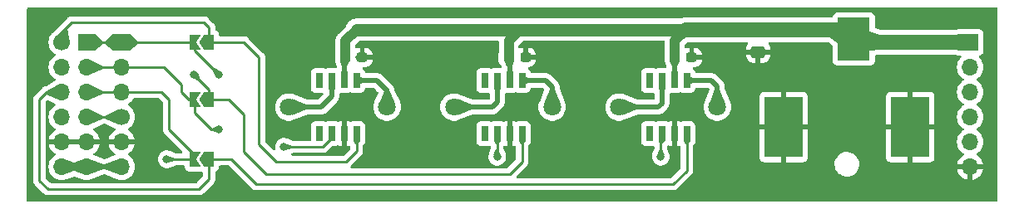
<source format=gbr>
%TF.GenerationSoftware,KiCad,Pcbnew,7.0.2*%
%TF.CreationDate,2023-10-31T00:40:57+09:00*%
%TF.ProjectId,Pmod_US_Speaker,506d6f64-5f55-4535-9f53-7065616b6572,rev?*%
%TF.SameCoordinates,Original*%
%TF.FileFunction,Copper,L1,Top*%
%TF.FilePolarity,Positive*%
%FSLAX46Y46*%
G04 Gerber Fmt 4.6, Leading zero omitted, Abs format (unit mm)*
G04 Created by KiCad (PCBNEW 7.0.2) date 2023-10-31 00:40:57*
%MOMM*%
%LPD*%
G01*
G04 APERTURE LIST*
G04 Aperture macros list*
%AMRoundRect*
0 Rectangle with rounded corners*
0 $1 Rounding radius*
0 $2 $3 $4 $5 $6 $7 $8 $9 X,Y pos of 4 corners*
0 Add a 4 corners polygon primitive as box body*
4,1,4,$2,$3,$4,$5,$6,$7,$8,$9,$2,$3,0*
0 Add four circle primitives for the rounded corners*
1,1,$1+$1,$2,$3*
1,1,$1+$1,$4,$5*
1,1,$1+$1,$6,$7*
1,1,$1+$1,$8,$9*
0 Add four rect primitives between the rounded corners*
20,1,$1+$1,$2,$3,$4,$5,0*
20,1,$1+$1,$4,$5,$6,$7,0*
20,1,$1+$1,$6,$7,$8,$9,0*
20,1,$1+$1,$8,$9,$2,$3,0*%
%AMFreePoly0*
4,1,6,1.000000,0.000000,0.500000,-0.750000,-0.500000,-0.750000,-0.500000,0.750000,0.500000,0.750000,1.000000,0.000000,1.000000,0.000000,$1*%
%AMFreePoly1*
4,1,6,0.500000,-0.750000,-0.650000,-0.750000,-0.150000,0.000000,-0.650000,0.750000,0.500000,0.750000,0.500000,-0.750000,0.500000,-0.750000,$1*%
G04 Aperture macros list end*
%TA.AperFunction,ComponentPad*%
%ADD10C,1.800000*%
%TD*%
%TA.AperFunction,SMDPad,CuDef*%
%ADD11R,0.700000X1.525000*%
%TD*%
%TA.AperFunction,SMDPad,CuDef*%
%ADD12RoundRect,0.250000X-0.475000X0.337500X-0.475000X-0.337500X0.475000X-0.337500X0.475000X0.337500X0*%
%TD*%
%TA.AperFunction,ComponentPad*%
%ADD13R,1.700000X1.700000*%
%TD*%
%TA.AperFunction,ComponentPad*%
%ADD14O,1.700000X1.700000*%
%TD*%
%TA.AperFunction,SMDPad,CuDef*%
%ADD15RoundRect,0.237500X-0.300000X-0.237500X0.300000X-0.237500X0.300000X0.237500X-0.300000X0.237500X0*%
%TD*%
%TA.AperFunction,SMDPad,CuDef*%
%ADD16R,3.300000X4.400000*%
%TD*%
%TA.AperFunction,SMDPad,CuDef*%
%ADD17R,3.900000X6.200000*%
%TD*%
%TA.AperFunction,ComponentPad*%
%ADD18C,1.700000*%
%TD*%
%TA.AperFunction,SMDPad,CuDef*%
%ADD19FreePoly0,180.000000*%
%TD*%
%TA.AperFunction,SMDPad,CuDef*%
%ADD20FreePoly1,180.000000*%
%TD*%
%TA.AperFunction,ViaPad*%
%ADD21C,0.800000*%
%TD*%
%TA.AperFunction,Conductor*%
%ADD22C,0.500000*%
%TD*%
%TA.AperFunction,Conductor*%
%ADD23C,1.000000*%
%TD*%
%TA.AperFunction,Conductor*%
%ADD24C,1.250000*%
%TD*%
%TA.AperFunction,Conductor*%
%ADD25C,1.500000*%
%TD*%
%TA.AperFunction,Conductor*%
%ADD26C,0.250000*%
%TD*%
G04 APERTURE END LIST*
D10*
%TO.P,U1,1,1*%
%TO.N,Net-(IC1-OUTA)*%
X118618000Y-101600000D03*
%TO.P,U1,2,2*%
%TO.N,Net-(IC1-OUTB)*%
X128618000Y-101600000D03*
%TD*%
D11*
%TO.P,IC1,1,NC_1*%
%TO.N,unconnected-(IC1-NC_1-Pad1)*%
X121713000Y-104312000D03*
%TO.P,IC1,2,INA*%
%TO.N,Net-(IC1-INA)*%
X122983000Y-104312000D03*
%TO.P,IC1,3,GND*%
%TO.N,GND*%
X124253000Y-104312000D03*
%TO.P,IC1,4,INB*%
%TO.N,Net-(IC1-INB)*%
X125523000Y-104312000D03*
%TO.P,IC1,5,OUTB*%
%TO.N,Net-(IC1-OUTB)*%
X125523000Y-98888000D03*
%TO.P,IC1,6,VS*%
%TO.N,Net-(IC1-VS)*%
X124253000Y-98888000D03*
%TO.P,IC1,7,OUTA*%
%TO.N,Net-(IC1-OUTA)*%
X122983000Y-98888000D03*
%TO.P,IC1,8,NC_2*%
%TO.N,unconnected-(IC1-NC_2-Pad8)*%
X121713000Y-98888000D03*
%TD*%
D12*
%TO.P,C2,1*%
%TO.N,Net-(IC1-VS)*%
X166370000Y-93907700D03*
%TO.P,C2,2*%
%TO.N,GND*%
X166370000Y-95982700D03*
%TD*%
D11*
%TO.P,IC2,1,NC_1*%
%TO.N,unconnected-(IC2-NC_1-Pad1)*%
X138557000Y-104312000D03*
%TO.P,IC2,2,INA*%
%TO.N,Net-(IC2-INA)*%
X139827000Y-104312000D03*
%TO.P,IC2,3,GND*%
%TO.N,GND*%
X141097000Y-104312000D03*
%TO.P,IC2,4,INB*%
%TO.N,Net-(IC2-INB)*%
X142367000Y-104312000D03*
%TO.P,IC2,5,OUTB*%
%TO.N,Net-(IC2-OUTB)*%
X142367000Y-98888000D03*
%TO.P,IC2,6,VS*%
%TO.N,Net-(IC1-VS)*%
X141097000Y-98888000D03*
%TO.P,IC2,7,OUTA*%
%TO.N,Net-(IC2-OUTA)*%
X139827000Y-98888000D03*
%TO.P,IC2,8,NC_2*%
%TO.N,unconnected-(IC2-NC_2-Pad8)*%
X138557000Y-98888000D03*
%TD*%
D13*
%TO.P,REF\u002A\u002A,1*%
%TO.N,Net-(IC1-VS)*%
X187960000Y-94996000D03*
D14*
%TO.P,REF\u002A\u002A,2*%
%TO.N,N/C*%
X187960000Y-97536000D03*
%TO.P,REF\u002A\u002A,3*%
X187960000Y-100076000D03*
%TO.P,REF\u002A\u002A,4*%
X187960000Y-102616000D03*
%TO.P,REF\u002A\u002A,5*%
X187960000Y-105156000D03*
%TO.P,REF\u002A\u002A,6*%
%TO.N,GND*%
X187960000Y-107696000D03*
%TD*%
D15*
%TO.P,C3,1*%
%TO.N,Net-(IC1-VS)*%
X140996500Y-96520000D03*
%TO.P,C3,2*%
%TO.N,GND*%
X142721500Y-96520000D03*
%TD*%
D16*
%TO.P,J2,1*%
%TO.N,Net-(IC1-VS)*%
X176114000Y-94632000D03*
D17*
%TO.P,J2,2*%
%TO.N,GND*%
X168964000Y-103632000D03*
%TO.P,J2,3*%
X181864000Y-103632000D03*
%TD*%
D15*
%TO.P,C5,1*%
%TO.N,Net-(IC1-VS)*%
X157887500Y-96520000D03*
%TO.P,C5,2*%
%TO.N,GND*%
X159612500Y-96520000D03*
%TD*%
D11*
%TO.P,IC3,1,NC_1*%
%TO.N,unconnected-(IC3-NC_1-Pad1)*%
X155321000Y-104312000D03*
%TO.P,IC3,2,INA*%
%TO.N,Net-(IC3-INA)*%
X156591000Y-104312000D03*
%TO.P,IC3,3,GND*%
%TO.N,GND*%
X157861000Y-104312000D03*
%TO.P,IC3,4,INB*%
%TO.N,Net-(IC3-INB)*%
X159131000Y-104312000D03*
%TO.P,IC3,5,OUTB*%
%TO.N,Net-(IC3-OUTB)*%
X159131000Y-98888000D03*
%TO.P,IC3,6,VS*%
%TO.N,Net-(IC1-VS)*%
X157861000Y-98888000D03*
%TO.P,IC3,7,OUTA*%
%TO.N,Net-(IC3-OUTA)*%
X156591000Y-98888000D03*
%TO.P,IC3,8,NC_2*%
%TO.N,unconnected-(IC3-NC_2-Pad8)*%
X155321000Y-98888000D03*
%TD*%
D10*
%TO.P,U3,1,1*%
%TO.N,Net-(IC3-OUTA)*%
X152226000Y-101600000D03*
%TO.P,U3,2,2*%
%TO.N,Net-(IC3-OUTB)*%
X162226000Y-101600000D03*
%TD*%
%TO.P,U2,1,1*%
%TO.N,Net-(IC2-OUTA)*%
X135415000Y-101600000D03*
%TO.P,U2,2,2*%
%TO.N,Net-(IC2-OUTB)*%
X145415000Y-101600000D03*
%TD*%
D18*
%TO.P,REF\u002A\u002A,1*%
%TO.N,unconnected-(J1-Pin_4-Pad4)*%
X101600000Y-102616000D03*
D14*
%TO.P,REF\u002A\u002A,2*%
%TO.N,GND*%
X101600000Y-105156000D03*
%TO.P,REF\u002A\u002A,3*%
%TO.N,VCC*%
X101600000Y-107696000D03*
%TD*%
D13*
%TO.P,J3,1,Pin_1*%
%TO.N,Net-(IC1-INA)*%
X101600000Y-94996000D03*
D14*
%TO.P,J3,2,Pin_2*%
%TO.N,Net-(IC2-INA)*%
X101600000Y-97536000D03*
%TO.P,J3,3,Pin_3*%
%TO.N,Net-(IC3-INA)*%
X101600000Y-100076000D03*
%TD*%
D13*
%TO.P,J1,1,Pin_1*%
%TO.N,Net-(IC1-INA)*%
X98043000Y-94996000D03*
D14*
%TO.P,J1,2,Pin_2*%
%TO.N,Net-(IC2-INA)*%
X98043000Y-97536000D03*
%TO.P,J1,3,Pin_3*%
%TO.N,Net-(IC3-INA)*%
X98043000Y-100076000D03*
%TO.P,J1,4,Pin_4*%
%TO.N,unconnected-(J1-Pin_4-Pad4)*%
X98043000Y-102616000D03*
%TO.P,J1,5,Pin_5*%
%TO.N,GND*%
X98043000Y-105156000D03*
%TO.P,J1,6,Pin_6*%
%TO.N,VCC*%
X98043000Y-107696000D03*
D18*
%TO.P,J1,7,Pin_7*%
%TO.N,Net-(IC1-INB)*%
X95503000Y-94996000D03*
D14*
%TO.P,J1,8,Pin_8*%
%TO.N,Net-(IC2-INB)*%
X95503000Y-97536000D03*
%TO.P,J1,9,Pin_9*%
%TO.N,Net-(IC3-INB)*%
X95503000Y-100076000D03*
%TO.P,J1,10,Pin_10*%
%TO.N,unconnected-(J1-Pin_10-Pad10)*%
X95503000Y-102616000D03*
%TO.P,J1,11,Pin_11*%
%TO.N,GND*%
X95503000Y-105156000D03*
%TO.P,J1,12,Pin_12*%
%TO.N,VCC*%
X95503000Y-107696000D03*
%TD*%
D15*
%TO.P,C1,1*%
%TO.N,Net-(IC1-VS)*%
X124359500Y-96520000D03*
%TO.P,C1,2*%
%TO.N,GND*%
X126084500Y-96520000D03*
%TD*%
D19*
%TO.P,JP2,1,A*%
%TO.N,Net-(IC2-INB)*%
X110490000Y-100838000D03*
D20*
%TO.P,JP2,2,B*%
%TO.N,Net-(IC2-INA)*%
X109040000Y-100838000D03*
%TD*%
D19*
%TO.P,JP1,1,A*%
%TO.N,Net-(IC3-INB)*%
X110490000Y-106934000D03*
D20*
%TO.P,JP1,2,B*%
%TO.N,Net-(IC3-INA)*%
X109040000Y-106934000D03*
%TD*%
D19*
%TO.P,JP3,1,A*%
%TO.N,Net-(IC1-INB)*%
X110490000Y-94996000D03*
D20*
%TO.P,JP3,2,B*%
%TO.N,Net-(IC1-INA)*%
X109040000Y-94996000D03*
%TD*%
D21*
%TO.N,GND*%
X132080000Y-96012000D03*
X148844000Y-96012000D03*
X132080000Y-104140000D03*
X148844000Y-106172000D03*
%TO.N,Net-(IC1-INA)*%
X118110000Y-105664000D03*
X111506000Y-98298000D03*
%TO.N,Net-(IC2-INA)*%
X139827000Y-106680000D03*
X111506000Y-103886000D03*
%TO.N,Net-(IC2-INB)*%
X108966000Y-98298000D03*
%TO.N,Net-(IC3-INA)*%
X156464000Y-106680000D03*
X106172000Y-106934000D03*
%TD*%
D22*
%TO.N,Net-(IC1-VS)*%
X157861000Y-98888000D02*
X157861000Y-96546500D01*
X124253000Y-98888000D02*
X124253000Y-96626500D01*
X141097000Y-96620500D02*
X140996500Y-96520000D01*
D23*
X124359500Y-94842500D02*
X124359500Y-96520000D01*
X176114000Y-94632000D02*
X174896000Y-94632000D01*
D24*
X159025500Y-93704500D02*
X142134500Y-93704500D01*
D25*
X176406000Y-94996000D02*
X187960000Y-94996000D01*
D22*
X124253000Y-96626500D02*
X124359500Y-96520000D01*
D23*
X125497500Y-93704500D02*
X124359500Y-94842500D01*
D22*
X157861000Y-96546500D02*
X157887500Y-96520000D01*
D23*
X166391500Y-93726000D02*
X166370000Y-93704500D01*
D24*
X142134500Y-93704500D02*
X125497500Y-93704500D01*
D25*
X173990000Y-93726000D02*
X166391500Y-93726000D01*
D22*
X141097000Y-98888000D02*
X141097000Y-96620500D01*
D25*
X166370000Y-93704500D02*
X159025500Y-93704500D01*
D23*
X142134500Y-93704500D02*
X140996500Y-94842500D01*
X140996500Y-94842500D02*
X140996500Y-96520000D01*
X174896000Y-94632000D02*
X173990000Y-93726000D01*
X157887500Y-96520000D02*
X157887500Y-94842500D01*
X159025500Y-93704500D02*
X157887500Y-94842500D01*
D22*
%TO.N,GND*%
X125730000Y-96620500D02*
X125629500Y-96520000D01*
D23*
X181864000Y-103632000D02*
X181864000Y-106045000D01*
D26*
%TO.N,Net-(IC1-INA)*%
X98044000Y-94996000D02*
X102108000Y-94996000D01*
X109040000Y-95832000D02*
X109040000Y-94996000D01*
X102108000Y-94996000D02*
X109040000Y-94996000D01*
X118110000Y-105664000D02*
X122043500Y-105664000D01*
X111506000Y-98298000D02*
X109040000Y-95832000D01*
X122043500Y-105664000D02*
X122983000Y-104724500D01*
X122983000Y-104724500D02*
X122983000Y-104312000D01*
%TO.N,Net-(IC1-INB)*%
X96520000Y-92964000D02*
X109982000Y-92964000D01*
X115570000Y-105410000D02*
X117348000Y-107188000D01*
X110490000Y-94996000D02*
X114046000Y-94996000D01*
X95504000Y-94996000D02*
X95504000Y-93980000D01*
X124460000Y-107188000D02*
X125523000Y-106125000D01*
X95504000Y-93980000D02*
X96520000Y-92964000D01*
X109982000Y-92964000D02*
X110490000Y-93472000D01*
X114046000Y-94996000D02*
X115570000Y-96520000D01*
X125523000Y-106125000D02*
X125523000Y-104312000D01*
X110490000Y-93472000D02*
X110490000Y-94996000D01*
X115570000Y-96520000D02*
X115570000Y-105410000D01*
X117348000Y-107188000D02*
X124460000Y-107188000D01*
D22*
%TO.N,Net-(IC1-OUTB)*%
X128618000Y-99916000D02*
X127590000Y-98888000D01*
X128618000Y-101600000D02*
X128618000Y-99916000D01*
X127590000Y-98888000D02*
X125523000Y-98888000D01*
%TO.N,Net-(IC1-OUTA)*%
X122983000Y-100537000D02*
X122983000Y-98888000D01*
X121920000Y-101600000D02*
X122983000Y-100537000D01*
X118618000Y-101600000D02*
X121920000Y-101600000D01*
D26*
%TO.N,Net-(IC2-INA)*%
X107696000Y-100076000D02*
X108458000Y-100838000D01*
X107696000Y-99314000D02*
X107696000Y-100076000D01*
X109040000Y-100838000D02*
X109040000Y-102182000D01*
X109040000Y-102182000D02*
X109220000Y-102362000D01*
X108458000Y-100838000D02*
X109040000Y-100838000D01*
X98044000Y-97536000D02*
X105918000Y-97536000D01*
X105918000Y-97536000D02*
X107696000Y-99314000D01*
X110744000Y-103886000D02*
X111506000Y-103886000D01*
X139827000Y-106680000D02*
X139827000Y-104312000D01*
X109220000Y-102362000D02*
X110744000Y-103886000D01*
%TO.N,Net-(IC2-INB)*%
X116332000Y-108458000D02*
X141097000Y-108458000D01*
X108966000Y-98298000D02*
X110490000Y-99822000D01*
X112522000Y-100838000D02*
X114046000Y-102362000D01*
X141097000Y-108458000D02*
X142367000Y-107188000D01*
X142367000Y-107188000D02*
X142367000Y-104312000D01*
X110490000Y-100838000D02*
X112522000Y-100838000D01*
X114046000Y-102362000D02*
X114046000Y-106172000D01*
X110490000Y-99822000D02*
X110490000Y-100838000D01*
X114046000Y-106172000D02*
X116332000Y-108458000D01*
D22*
%TO.N,Net-(IC2-OUTB)*%
X145415000Y-99568000D02*
X144735000Y-98888000D01*
X144735000Y-98888000D02*
X142367000Y-98888000D01*
X145415000Y-101600000D02*
X145415000Y-99568000D01*
%TO.N,Net-(IC2-OUTA)*%
X139827000Y-101092000D02*
X139827000Y-98888000D01*
X135415000Y-101600000D02*
X139319000Y-101600000D01*
X139319000Y-101600000D02*
X139827000Y-101092000D01*
D26*
%TO.N,Net-(IC3-INA)*%
X109040000Y-106500000D02*
X109040000Y-106934000D01*
X106426000Y-100838000D02*
X106426000Y-103886000D01*
X105664000Y-100076000D02*
X106426000Y-100838000D01*
X109040000Y-106934000D02*
X106172000Y-106934000D01*
X156464000Y-104439000D02*
X156591000Y-104312000D01*
X106426000Y-103886000D02*
X109040000Y-106500000D01*
X156464000Y-106680000D02*
X156464000Y-104439000D01*
X98044000Y-100076000D02*
X105664000Y-100076000D01*
%TO.N,Net-(IC3-INB)*%
X93218000Y-100838000D02*
X93218000Y-109093000D01*
X93980000Y-100076000D02*
X93218000Y-100838000D01*
X159131000Y-108077000D02*
X159131000Y-104312000D01*
X110490000Y-108966000D02*
X110490000Y-106934000D01*
X95504000Y-100076000D02*
X93980000Y-100076000D01*
X94107000Y-109982000D02*
X109474000Y-109982000D01*
X110490000Y-106934000D02*
X112776000Y-106934000D01*
X109474000Y-109982000D02*
X110490000Y-108966000D01*
X112776000Y-106934000D02*
X115316000Y-109474000D01*
X115316000Y-109474000D02*
X157734000Y-109474000D01*
X93218000Y-109093000D02*
X94107000Y-109982000D01*
X157734000Y-109474000D02*
X159131000Y-108077000D01*
D22*
%TO.N,Net-(IC3-OUTB)*%
X162226000Y-101600000D02*
X162226000Y-99488000D01*
X161626000Y-98888000D02*
X159131000Y-98888000D01*
X162226000Y-99488000D02*
X161626000Y-98888000D01*
%TO.N,Net-(IC3-OUTA)*%
X156210000Y-101600000D02*
X156591000Y-101219000D01*
X152226000Y-101600000D02*
X156210000Y-101600000D01*
X156591000Y-101219000D02*
X156591000Y-98888000D01*
D26*
%TO.N,unconnected-(J1-Pin_4-Pad4)*%
X98043000Y-102616000D02*
X101600000Y-102616000D01*
D22*
%TO.N,VCC*%
X95503000Y-107696000D02*
X98043000Y-107696000D01*
X98043000Y-107696000D02*
X101600000Y-107696000D01*
%TD*%
%TA.AperFunction,Conductor*%
%TO.N,Net-(IC1-VS)*%
G36*
X141346448Y-97778927D02*
G01*
X141349425Y-97783986D01*
X141445811Y-98121341D01*
X141445197Y-98129431D01*
X141107636Y-98865798D01*
X141101073Y-98871890D01*
X141092124Y-98871558D01*
X141086364Y-98865798D01*
X140748802Y-98129431D01*
X140748188Y-98121341D01*
X140844575Y-97783986D01*
X140850143Y-97776972D01*
X140855825Y-97775500D01*
X141338175Y-97775500D01*
X141346448Y-97778927D01*
G37*
%TD.AperFunction*%
%TD*%
%TA.AperFunction,Conductor*%
%TO.N,VCC*%
G36*
X97716010Y-106915045D02*
G01*
X97722108Y-106921267D01*
X98042134Y-107691510D01*
X98042143Y-107700465D01*
X98042134Y-107700488D01*
X97722108Y-108470732D01*
X97715769Y-108477057D01*
X97707058Y-108477146D01*
X96350455Y-107948902D01*
X96343989Y-107942706D01*
X96343000Y-107937999D01*
X96343000Y-107454000D01*
X96346427Y-107445727D01*
X96350455Y-107443097D01*
X97707058Y-106914853D01*
X97716010Y-106915045D01*
G37*
%TD.AperFunction*%
%TD*%
%TA.AperFunction,Conductor*%
%TO.N,Net-(IC2-OUTB)*%
G36*
X142723608Y-98539888D02*
G01*
X143058514Y-98635575D01*
X143065528Y-98641143D01*
X143067000Y-98646825D01*
X143067000Y-99129174D01*
X143063573Y-99137447D01*
X143058514Y-99140424D01*
X142723608Y-99236111D01*
X142714712Y-99235089D01*
X142712133Y-99233146D01*
X142521597Y-99043153D01*
X142374307Y-98896283D01*
X142370869Y-98888017D01*
X142374283Y-98879740D01*
X142712133Y-98542852D01*
X142720411Y-98539438D01*
X142723608Y-98539888D01*
G37*
%TD.AperFunction*%
%TD*%
%TA.AperFunction,Conductor*%
%TO.N,Net-(IC3-OUTB)*%
G36*
X162476348Y-99803427D02*
G01*
X162478940Y-99807360D01*
X163053210Y-101244867D01*
X163053097Y-101253821D01*
X163046833Y-101260012D01*
X162230488Y-101599135D01*
X162221534Y-101599144D01*
X162221512Y-101599135D01*
X161405166Y-101260012D01*
X161398840Y-101253673D01*
X161398789Y-101244868D01*
X161973060Y-99807358D01*
X161979311Y-99800948D01*
X161983925Y-99800000D01*
X162468075Y-99800000D01*
X162476348Y-99803427D01*
G37*
%TD.AperFunction*%
%TD*%
%TA.AperFunction,Conductor*%
%TO.N,unconnected-(J1-Pin_4-Pad4)*%
G36*
X101279199Y-101841530D02*
G01*
X101279457Y-101842107D01*
X101599134Y-102611510D01*
X101599143Y-102620465D01*
X101599134Y-102620488D01*
X101279457Y-103389892D01*
X101273118Y-103396217D01*
X101264163Y-103396208D01*
X101263586Y-103395950D01*
X99906634Y-102744186D01*
X99900661Y-102737515D01*
X99900000Y-102733639D01*
X99900000Y-102498360D01*
X99903427Y-102490087D01*
X99906631Y-102487814D01*
X101263586Y-101836048D01*
X101272528Y-101835557D01*
X101279199Y-101841530D01*
G37*
%TD.AperFunction*%
%TD*%
%TA.AperFunction,Conductor*%
%TO.N,Net-(IC1-OUTB)*%
G36*
X128717426Y-99669070D02*
G01*
X128719779Y-99672445D01*
X129444403Y-101244545D01*
X129444754Y-101253493D01*
X129438675Y-101260069D01*
X129438265Y-101260248D01*
X128623190Y-101598844D01*
X128614236Y-101598853D01*
X128614220Y-101598846D01*
X127797734Y-101260240D01*
X127791405Y-101253906D01*
X127791409Y-101244951D01*
X127791570Y-101244581D01*
X128358325Y-100012649D01*
X128360676Y-100009274D01*
X128700881Y-99669069D01*
X128709153Y-99665643D01*
X128717426Y-99669070D01*
G37*
%TD.AperFunction*%
%TD*%
%TA.AperFunction,Conductor*%
%TO.N,Net-(IC1-VS)*%
G36*
X157894789Y-96525431D02*
G01*
X158344849Y-96922540D01*
X158348785Y-96930583D01*
X158347803Y-96936056D01*
X158114085Y-97463043D01*
X158107599Y-97469217D01*
X158103390Y-97470000D01*
X157619174Y-97470000D01*
X157610901Y-97466573D01*
X157608188Y-97462325D01*
X157404662Y-96906750D01*
X157405034Y-96897805D01*
X157408439Y-96893512D01*
X157879843Y-96524985D01*
X157888470Y-96522591D01*
X157894789Y-96525431D01*
G37*
%TD.AperFunction*%
%TD*%
%TA.AperFunction,Conductor*%
%TO.N,Net-(IC2-INA)*%
G36*
X111357409Y-103527266D02*
G01*
X111357603Y-103527707D01*
X111504839Y-103882210D01*
X111504848Y-103891165D01*
X111504833Y-103891200D01*
X111357462Y-104244674D01*
X111351115Y-104250992D01*
X111342161Y-104250971D01*
X111342083Y-104250939D01*
X110644691Y-103954301D01*
X110638420Y-103947909D01*
X110638504Y-103938954D01*
X110640995Y-103935264D01*
X110804055Y-103772204D01*
X110807393Y-103769870D01*
X111341871Y-103521583D01*
X111350816Y-103521206D01*
X111357409Y-103527266D01*
G37*
%TD.AperFunction*%
%TD*%
%TA.AperFunction,Conductor*%
%TO.N,Net-(IC3-OUTA)*%
G36*
X156595876Y-98904441D02*
G01*
X156601636Y-98910201D01*
X156939197Y-99646568D01*
X156939811Y-99654658D01*
X156843425Y-99992014D01*
X156837857Y-99999028D01*
X156832175Y-100000500D01*
X156349825Y-100000500D01*
X156341552Y-99997073D01*
X156338575Y-99992014D01*
X156242188Y-99654658D01*
X156242802Y-99646568D01*
X156580364Y-98910201D01*
X156586927Y-98904109D01*
X156595876Y-98904441D01*
G37*
%TD.AperFunction*%
%TD*%
%TA.AperFunction,Conductor*%
%TO.N,unconnected-(J1-Pin_4-Pad4)*%
G36*
X98378836Y-101835791D02*
G01*
X98379413Y-101836049D01*
X99736366Y-102487814D01*
X99742339Y-102494484D01*
X99743000Y-102498360D01*
X99743000Y-102733639D01*
X99739573Y-102741912D01*
X99736366Y-102744186D01*
X98379413Y-103395950D01*
X98370471Y-103396442D01*
X98363800Y-103390469D01*
X98363542Y-103389892D01*
X98043865Y-102620489D01*
X98043856Y-102611534D01*
X98043865Y-102611511D01*
X98363542Y-101842107D01*
X98369881Y-101835782D01*
X98378836Y-101835791D01*
G37*
%TD.AperFunction*%
%TD*%
%TA.AperFunction,Conductor*%
%TO.N,Net-(IC1-VS)*%
G36*
X124366203Y-96525742D02*
G01*
X124700911Y-96862384D01*
X124782900Y-96944846D01*
X124786303Y-96953129D01*
X124784849Y-96958744D01*
X124506336Y-97463949D01*
X124499341Y-97469539D01*
X124496090Y-97470000D01*
X124012062Y-97470000D01*
X124003789Y-97466573D01*
X124000734Y-97461225D01*
X123867386Y-96944846D01*
X123846091Y-96862382D01*
X123847340Y-96853517D01*
X123851039Y-96849652D01*
X124351530Y-96524182D01*
X124360331Y-96522545D01*
X124366203Y-96525742D01*
G37*
%TD.AperFunction*%
%TD*%
%TA.AperFunction,Conductor*%
%TO.N,Net-(IC1-INB)*%
G36*
X95907361Y-93416322D02*
G01*
X96073386Y-93582347D01*
X96076594Y-93588366D01*
X96350262Y-94982057D01*
X96348493Y-94990835D01*
X96341035Y-94995792D01*
X96338791Y-94996011D01*
X95507153Y-94996702D01*
X95498877Y-94993282D01*
X95498860Y-94993265D01*
X94910255Y-94403274D01*
X94906838Y-94394997D01*
X94910274Y-94386729D01*
X95890858Y-93416278D01*
X95899149Y-93412895D01*
X95907361Y-93416322D01*
G37*
%TD.AperFunction*%
%TD*%
%TA.AperFunction,Conductor*%
%TO.N,Net-(IC2-INB)*%
G36*
X109334044Y-98149253D02*
G01*
X109340206Y-98155239D01*
X109616747Y-98767928D01*
X109617027Y-98776878D01*
X109614356Y-98781014D01*
X109449014Y-98946356D01*
X109440741Y-98949783D01*
X109435928Y-98948747D01*
X108823239Y-98672206D01*
X108817108Y-98665679D01*
X108817232Y-98657090D01*
X108963437Y-98301802D01*
X108969753Y-98295457D01*
X109325090Y-98149232D01*
X109334044Y-98149253D01*
G37*
%TD.AperFunction*%
%TD*%
%TA.AperFunction,Conductor*%
%TO.N,Net-(IC3-INB)*%
G36*
X95182157Y-99301657D02*
G01*
X95182852Y-99303057D01*
X95501844Y-100070809D01*
X95501853Y-100079764D01*
X95501846Y-100079780D01*
X95182387Y-100850042D01*
X95176053Y-100856371D01*
X95167098Y-100856367D01*
X95166663Y-100856177D01*
X93945116Y-100290419D01*
X93941760Y-100288075D01*
X93777192Y-100123507D01*
X93773765Y-100115234D01*
X93777192Y-100106961D01*
X93779568Y-100105129D01*
X95166158Y-99297435D01*
X95175032Y-99296233D01*
X95182157Y-99301657D01*
G37*
%TD.AperFunction*%
%TD*%
%TA.AperFunction,Conductor*%
%TO.N,Net-(IC1-VS)*%
G36*
X158110448Y-97778927D02*
G01*
X158113425Y-97783986D01*
X158209811Y-98121341D01*
X158209197Y-98129431D01*
X157871636Y-98865798D01*
X157865073Y-98871890D01*
X157856124Y-98871558D01*
X157850364Y-98865798D01*
X157512802Y-98129431D01*
X157512188Y-98121341D01*
X157608575Y-97783986D01*
X157614143Y-97776972D01*
X157619825Y-97775500D01*
X158102175Y-97775500D01*
X158110448Y-97778927D01*
G37*
%TD.AperFunction*%
%TD*%
%TA.AperFunction,Conductor*%
%TO.N,Net-(IC1-INA)*%
G36*
X98901217Y-94153008D02*
G01*
X99738893Y-94867497D01*
X99742963Y-94875472D01*
X99743000Y-94876398D01*
X99743000Y-95115601D01*
X99739573Y-95123874D01*
X99738893Y-95124503D01*
X98901218Y-95838990D01*
X98892699Y-95841751D01*
X98885357Y-95838366D01*
X98170024Y-95123874D01*
X98050286Y-95004276D01*
X98046855Y-94996007D01*
X98050276Y-94987733D01*
X98885358Y-94153632D01*
X98893632Y-94150211D01*
X98901217Y-94153008D01*
G37*
%TD.AperFunction*%
%TD*%
%TA.AperFunction,Conductor*%
%TO.N,Net-(IC1-INB)*%
G36*
X125527876Y-104328441D02*
G01*
X125533636Y-104334201D01*
X125870332Y-105068681D01*
X125870664Y-105077630D01*
X125869538Y-105079884D01*
X125651454Y-105419127D01*
X125644097Y-105424233D01*
X125641612Y-105424500D01*
X125404388Y-105424500D01*
X125396115Y-105421073D01*
X125394546Y-105419127D01*
X125176461Y-105079884D01*
X125174870Y-105071072D01*
X125175665Y-105068685D01*
X125512364Y-104334200D01*
X125518927Y-104328109D01*
X125527876Y-104328441D01*
G37*
%TD.AperFunction*%
%TD*%
%TA.AperFunction,Conductor*%
%TO.N,VCC*%
G36*
X99735545Y-107443097D02*
G01*
X99742011Y-107449293D01*
X99743000Y-107454000D01*
X99743000Y-107937999D01*
X99739573Y-107946272D01*
X99735545Y-107948902D01*
X98378941Y-108477146D01*
X98369989Y-108476954D01*
X98363891Y-108470732D01*
X98043865Y-107700489D01*
X98043856Y-107691534D01*
X98043865Y-107691511D01*
X98142548Y-107454000D01*
X98363891Y-106921266D01*
X98370230Y-106914942D01*
X98378941Y-106914853D01*
X99735545Y-107443097D01*
G37*
%TD.AperFunction*%
%TD*%
%TA.AperFunction,Conductor*%
%TO.N,Net-(IC1-OUTA)*%
G36*
X122987876Y-98904441D02*
G01*
X122993636Y-98910201D01*
X123331197Y-99646568D01*
X123331811Y-99654658D01*
X123235425Y-99992014D01*
X123229857Y-99999028D01*
X123224175Y-100000500D01*
X122741825Y-100000500D01*
X122733552Y-99997073D01*
X122730575Y-99992014D01*
X122634188Y-99654658D01*
X122634802Y-99646568D01*
X122972364Y-98910201D01*
X122978927Y-98904109D01*
X122987876Y-98904441D01*
G37*
%TD.AperFunction*%
%TD*%
%TA.AperFunction,Conductor*%
%TO.N,Net-(IC3-OUTB)*%
G36*
X159487608Y-98539888D02*
G01*
X159822514Y-98635575D01*
X159829528Y-98641143D01*
X159831000Y-98646825D01*
X159831000Y-99129174D01*
X159827573Y-99137447D01*
X159822514Y-99140424D01*
X159487608Y-99236111D01*
X159478712Y-99235089D01*
X159476133Y-99233146D01*
X159285597Y-99043153D01*
X159138307Y-98896283D01*
X159134869Y-98888017D01*
X159138283Y-98879740D01*
X159476133Y-98542852D01*
X159484411Y-98539438D01*
X159487608Y-98539888D01*
G37*
%TD.AperFunction*%
%TD*%
%TA.AperFunction,Conductor*%
%TO.N,Net-(IC1-INA)*%
G36*
X111036071Y-97647252D02*
G01*
X111648760Y-97923793D01*
X111654891Y-97930320D01*
X111654767Y-97938909D01*
X111508563Y-98294195D01*
X111502245Y-98300542D01*
X111502195Y-98300563D01*
X111146909Y-98446767D01*
X111137955Y-98446746D01*
X111131793Y-98440760D01*
X111067676Y-98298707D01*
X110905279Y-97938909D01*
X110855252Y-97828071D01*
X110854972Y-97819121D01*
X110857641Y-97814987D01*
X111022986Y-97649642D01*
X111031258Y-97646216D01*
X111036071Y-97647252D01*
G37*
%TD.AperFunction*%
%TD*%
%TA.AperFunction,Conductor*%
%TO.N,Net-(IC3-INA)*%
G36*
X106352696Y-106574890D02*
G01*
X106964437Y-106806141D01*
X106970964Y-106812272D01*
X106972000Y-106817085D01*
X106972000Y-107050914D01*
X106968573Y-107059187D01*
X106964437Y-107061858D01*
X106335655Y-107299551D01*
X106326705Y-107299271D01*
X106320719Y-107293109D01*
X106224306Y-107061858D01*
X106172875Y-106938499D01*
X106172855Y-106929550D01*
X106320719Y-106574889D01*
X106327066Y-106568572D01*
X106335654Y-106568448D01*
X106352696Y-106574890D01*
G37*
%TD.AperFunction*%
%TD*%
%TA.AperFunction,Conductor*%
%TO.N,VCC*%
G36*
X97195545Y-107443097D02*
G01*
X97202011Y-107449293D01*
X97203000Y-107454000D01*
X97203000Y-107937999D01*
X97199573Y-107946272D01*
X97195545Y-107948902D01*
X95838941Y-108477146D01*
X95829989Y-108476954D01*
X95823891Y-108470732D01*
X95503865Y-107700488D01*
X95503856Y-107691533D01*
X95503856Y-107691532D01*
X95823891Y-106921266D01*
X95830230Y-106914942D01*
X95838941Y-106914853D01*
X97195545Y-107443097D01*
G37*
%TD.AperFunction*%
%TD*%
%TA.AperFunction,Conductor*%
%TO.N,Net-(IC3-INA)*%
G36*
X156589188Y-105883427D02*
G01*
X156591859Y-105887563D01*
X156829551Y-106516344D01*
X156829271Y-106525294D01*
X156823109Y-106531280D01*
X156468502Y-106679123D01*
X156459548Y-106679144D01*
X156459498Y-106679123D01*
X156104890Y-106531280D01*
X156098572Y-106524933D01*
X156098448Y-106516345D01*
X156336141Y-105887562D01*
X156342272Y-105881036D01*
X156347085Y-105880000D01*
X156580915Y-105880000D01*
X156589188Y-105883427D01*
G37*
%TD.AperFunction*%
%TD*%
%TA.AperFunction,Conductor*%
%TO.N,Net-(IC1-VS)*%
G36*
X187112990Y-94149098D02*
G01*
X187114008Y-94150003D01*
X187952712Y-94987722D01*
X187956144Y-94995993D01*
X187952722Y-95004268D01*
X187952712Y-95004278D01*
X187114008Y-95841996D01*
X187105733Y-95845418D01*
X187104373Y-95845338D01*
X186270333Y-95747215D01*
X186262517Y-95742845D01*
X186260000Y-95735595D01*
X186260000Y-94256404D01*
X186263427Y-94248131D01*
X186270332Y-94244784D01*
X187104375Y-94146661D01*
X187112990Y-94149098D01*
G37*
%TD.AperFunction*%
%TD*%
%TA.AperFunction,Conductor*%
%TO.N,Net-(IC1-INA)*%
G36*
X100757642Y-94153633D02*
G01*
X101592712Y-94987722D01*
X101596144Y-94995993D01*
X101592722Y-95004268D01*
X101592712Y-95004278D01*
X100757642Y-95838366D01*
X100749367Y-95841788D01*
X100741781Y-95838990D01*
X100741049Y-95838366D01*
X99904107Y-95124503D01*
X99900037Y-95116527D01*
X99900000Y-95115601D01*
X99900000Y-94876398D01*
X99903427Y-94868125D01*
X99904093Y-94867508D01*
X100741783Y-94153008D01*
X100750300Y-94150248D01*
X100757642Y-94153633D01*
G37*
%TD.AperFunction*%
%TD*%
%TA.AperFunction,Conductor*%
%TO.N,Net-(IC2-OUTB)*%
G36*
X145665348Y-99803427D02*
G01*
X145667940Y-99807360D01*
X146242210Y-101244867D01*
X146242097Y-101253821D01*
X146235833Y-101260012D01*
X145419488Y-101599135D01*
X145410534Y-101599144D01*
X145410512Y-101599135D01*
X144594166Y-101260012D01*
X144587840Y-101253673D01*
X144587789Y-101244868D01*
X145162060Y-99807358D01*
X145168311Y-99800948D01*
X145172925Y-99800000D01*
X145657075Y-99800000D01*
X145665348Y-99803427D01*
G37*
%TD.AperFunction*%
%TD*%
%TA.AperFunction,Conductor*%
%TO.N,Net-(IC3-INA)*%
G36*
X156594377Y-104331709D02*
G01*
X156600469Y-104338272D01*
X156600553Y-104338506D01*
X156854124Y-105068559D01*
X156853602Y-105077499D01*
X156852372Y-105079497D01*
X156592512Y-105419899D01*
X156584768Y-105424396D01*
X156583212Y-105424500D01*
X156347874Y-105424500D01*
X156339601Y-105421073D01*
X156336607Y-105415955D01*
X156242156Y-105078629D01*
X156242786Y-105070602D01*
X156578867Y-104337467D01*
X156585428Y-104331377D01*
X156594377Y-104331709D01*
G37*
%TD.AperFunction*%
%TD*%
%TA.AperFunction,Conductor*%
%TO.N,Net-(IC1-VS)*%
G36*
X141004448Y-96524238D02*
G01*
X141502872Y-96852753D01*
X141507894Y-96860167D01*
X141507740Y-96865529D01*
X141349312Y-97461307D01*
X141343874Y-97468421D01*
X141338005Y-97470000D01*
X140853961Y-97470000D01*
X140845688Y-97466573D01*
X140843679Y-97463882D01*
X140725518Y-97246236D01*
X140568507Y-96957031D01*
X140567572Y-96948128D01*
X140570532Y-96943163D01*
X140989754Y-96525716D01*
X140998035Y-96522308D01*
X141004448Y-96524238D01*
G37*
%TD.AperFunction*%
%TD*%
%TA.AperFunction,Conductor*%
%TO.N,GND*%
G36*
X105420587Y-100721185D02*
G01*
X105441229Y-100737819D01*
X105764181Y-101060771D01*
X105797666Y-101122094D01*
X105800500Y-101148452D01*
X105800500Y-103803256D01*
X105798235Y-103823766D01*
X105800439Y-103893872D01*
X105800500Y-103897767D01*
X105800500Y-103925350D01*
X105800988Y-103929219D01*
X105800989Y-103929225D01*
X105801004Y-103929343D01*
X105801918Y-103940967D01*
X105803290Y-103984626D01*
X105808879Y-104003860D01*
X105812825Y-104022916D01*
X105815335Y-104042792D01*
X105831414Y-104083404D01*
X105835197Y-104094451D01*
X105847382Y-104136391D01*
X105857580Y-104153635D01*
X105866136Y-104171100D01*
X105873514Y-104189732D01*
X105873515Y-104189733D01*
X105899180Y-104225059D01*
X105905593Y-104234822D01*
X105927826Y-104272416D01*
X105927829Y-104272419D01*
X105927830Y-104272420D01*
X105941995Y-104286585D01*
X105954627Y-104301375D01*
X105966406Y-104317587D01*
X106000058Y-104345426D01*
X106008699Y-104353289D01*
X107752228Y-106096819D01*
X107785713Y-106158142D01*
X107780729Y-106227834D01*
X107738857Y-106283767D01*
X107673393Y-106308184D01*
X107664547Y-106308500D01*
X107100236Y-106308500D01*
X107056390Y-106300489D01*
X106876336Y-106232425D01*
X106531435Y-106102045D01*
X106529533Y-106101326D01*
X106515691Y-106096093D01*
X106515665Y-106096084D01*
X106514393Y-106095603D01*
X106477045Y-106083380D01*
X106465187Y-106078813D01*
X106451805Y-106072856D01*
X106266648Y-106033500D01*
X106266646Y-106033500D01*
X106077354Y-106033500D01*
X106077352Y-106033500D01*
X105892197Y-106072855D01*
X105719269Y-106149848D01*
X105566129Y-106261110D01*
X105439466Y-106401783D01*
X105344820Y-106565715D01*
X105286326Y-106745742D01*
X105266540Y-106933999D01*
X105286326Y-107122257D01*
X105344820Y-107302284D01*
X105439466Y-107466216D01*
X105566129Y-107606889D01*
X105719269Y-107718151D01*
X105892197Y-107795144D01*
X106077352Y-107834500D01*
X106077354Y-107834500D01*
X106266648Y-107834500D01*
X106451803Y-107795144D01*
X106455634Y-107793438D01*
X106480059Y-107782562D01*
X106503605Y-107774791D01*
X106514400Y-107772394D01*
X106526318Y-107767889D01*
X107025506Y-107579185D01*
X107056388Y-107567510D01*
X107100234Y-107559500D01*
X107910353Y-107559500D01*
X107977392Y-107579185D01*
X108023147Y-107631989D01*
X108034343Y-107683455D01*
X108034274Y-107679573D01*
X108034353Y-107681785D01*
X108034353Y-107684000D01*
X108034510Y-107686208D01*
X108034511Y-107686210D01*
X108039499Y-107755960D01*
X108062292Y-107833585D01*
X108080047Y-107894053D01*
X108120741Y-107957374D01*
X108157858Y-108015129D01*
X108266625Y-108109376D01*
X108397542Y-108169165D01*
X108540000Y-108189647D01*
X109687527Y-108189647D01*
X109690000Y-108189647D01*
X109730615Y-108186398D01*
X109799008Y-108200674D01*
X109848828Y-108249661D01*
X109864500Y-108310003D01*
X109864499Y-108655547D01*
X109844814Y-108722587D01*
X109828180Y-108743228D01*
X109251228Y-109320181D01*
X109189905Y-109353666D01*
X109163547Y-109356500D01*
X94417452Y-109356500D01*
X94350413Y-109336815D01*
X94329771Y-109320181D01*
X93879819Y-108870228D01*
X93846334Y-108808905D01*
X93843500Y-108782547D01*
X93843500Y-101148451D01*
X93863185Y-101081412D01*
X93879810Y-101060779D01*
X93985025Y-100955564D01*
X94046343Y-100922082D01*
X94116035Y-100927066D01*
X94124799Y-100930723D01*
X94790325Y-101238961D01*
X94842883Y-101284996D01*
X94862209Y-101352140D01*
X94842167Y-101419073D01*
X94809335Y-101453053D01*
X94687012Y-101538704D01*
X94676495Y-101546069D01*
X94631595Y-101577508D01*
X94464505Y-101744598D01*
X94328965Y-101938170D01*
X94229097Y-102152336D01*
X94167936Y-102380592D01*
X94147340Y-102616000D01*
X94167936Y-102851407D01*
X94203866Y-102985500D01*
X94229097Y-103079663D01*
X94328965Y-103293830D01*
X94464505Y-103487401D01*
X94631599Y-103654495D01*
X94817596Y-103784732D01*
X94861219Y-103839307D01*
X94868412Y-103908806D01*
X94836890Y-103971160D01*
X94817595Y-103987880D01*
X94631919Y-104117892D01*
X94464890Y-104284921D01*
X94329400Y-104478421D01*
X94229569Y-104692507D01*
X94172364Y-104905999D01*
X94172364Y-104906000D01*
X95069314Y-104906000D01*
X95043507Y-104946156D01*
X95003000Y-105084111D01*
X95003000Y-105227889D01*
X95043507Y-105365844D01*
X95069314Y-105406000D01*
X94172364Y-105406000D01*
X94229569Y-105619492D01*
X94329399Y-105833576D01*
X94464893Y-106027081D01*
X94631918Y-106194106D01*
X94817595Y-106324119D01*
X94861219Y-106378696D01*
X94868412Y-106448195D01*
X94836890Y-106510549D01*
X94817595Y-106527269D01*
X94631595Y-106657508D01*
X94464505Y-106824598D01*
X94328965Y-107018170D01*
X94229097Y-107232336D01*
X94167936Y-107460592D01*
X94147340Y-107695999D01*
X94167936Y-107931407D01*
X94193496Y-108026798D01*
X94229097Y-108159663D01*
X94328965Y-108373830D01*
X94464505Y-108567401D01*
X94631599Y-108734495D01*
X94825170Y-108870035D01*
X95039337Y-108969903D01*
X95267592Y-109031063D01*
X95503000Y-109051659D01*
X95738408Y-109031063D01*
X95907319Y-108985804D01*
X95966660Y-108969904D01*
X95966660Y-108969903D01*
X95966663Y-108969903D01*
X95992396Y-108957902D01*
X96016716Y-108949507D01*
X96022361Y-108948195D01*
X96728008Y-108673424D01*
X96797618Y-108667443D01*
X96817987Y-108673424D01*
X97523637Y-108948195D01*
X97549491Y-108956858D01*
X97562500Y-108962052D01*
X97579335Y-108969903D01*
X97806472Y-109030763D01*
X97807592Y-109031063D01*
X98043000Y-109051659D01*
X98278408Y-109031063D01*
X98447319Y-108985804D01*
X98506660Y-108969904D01*
X98506660Y-108969903D01*
X98506663Y-108969903D01*
X98532396Y-108957902D01*
X98556716Y-108949507D01*
X98562361Y-108948195D01*
X99776508Y-108475420D01*
X99846118Y-108469439D01*
X99866487Y-108475419D01*
X101080637Y-108948195D01*
X101106491Y-108956858D01*
X101119500Y-108962052D01*
X101136335Y-108969903D01*
X101363472Y-109030763D01*
X101364592Y-109031063D01*
X101600000Y-109051659D01*
X101835408Y-109031063D01*
X102063663Y-108969903D01*
X102277830Y-108870035D01*
X102471401Y-108734495D01*
X102638495Y-108567401D01*
X102774035Y-108373830D01*
X102873903Y-108159663D01*
X102935063Y-107931408D01*
X102955659Y-107696000D01*
X102935063Y-107460592D01*
X102873903Y-107232337D01*
X102774035Y-107018171D01*
X102638495Y-106824599D01*
X102471401Y-106657505D01*
X102285402Y-106527267D01*
X102241780Y-106472692D01*
X102234587Y-106403193D01*
X102266109Y-106340839D01*
X102285405Y-106324119D01*
X102471078Y-106194109D01*
X102638106Y-106027081D01*
X102773600Y-105833576D01*
X102873430Y-105619492D01*
X102930636Y-105406000D01*
X102033686Y-105406000D01*
X102059493Y-105365844D01*
X102100000Y-105227889D01*
X102100000Y-105084111D01*
X102059493Y-104946156D01*
X102033686Y-104906000D01*
X102930636Y-104906000D01*
X102930635Y-104905999D01*
X102873430Y-104692507D01*
X102773599Y-104478421D01*
X102638109Y-104284921D01*
X102471081Y-104117893D01*
X102285404Y-103987880D01*
X102241780Y-103933303D01*
X102234587Y-103863804D01*
X102266109Y-103801450D01*
X102285399Y-103784734D01*
X102471401Y-103654495D01*
X102638495Y-103487401D01*
X102774035Y-103293830D01*
X102873903Y-103079663D01*
X102935063Y-102851408D01*
X102955659Y-102616000D01*
X102935063Y-102380592D01*
X102873903Y-102152337D01*
X102774035Y-101938171D01*
X102638495Y-101744599D01*
X102471401Y-101577505D01*
X102285839Y-101447573D01*
X102242215Y-101392997D01*
X102235023Y-101323498D01*
X102266545Y-101261144D01*
X102285831Y-101244432D01*
X102471401Y-101114495D01*
X102638495Y-100947401D01*
X102773653Y-100754374D01*
X102828229Y-100710752D01*
X102875227Y-100701500D01*
X105353548Y-100701500D01*
X105420587Y-100721185D01*
G37*
%TD.AperFunction*%
%TA.AperFunction,Conductor*%
G36*
X99875182Y-103289865D02*
G01*
X100891902Y-103778211D01*
X100943810Y-103824980D01*
X100962192Y-103892389D01*
X100941212Y-103959034D01*
X100909339Y-103991561D01*
X100728918Y-104117893D01*
X100561890Y-104284921D01*
X100426400Y-104478421D01*
X100326569Y-104692507D01*
X100269364Y-104905999D01*
X100269364Y-104906000D01*
X101166314Y-104906000D01*
X101140507Y-104946156D01*
X101100000Y-105084111D01*
X101100000Y-105227889D01*
X101140507Y-105365844D01*
X101166314Y-105406000D01*
X100269364Y-105406000D01*
X100326569Y-105619492D01*
X100426399Y-105833576D01*
X100561893Y-106027081D01*
X100728918Y-106194106D01*
X100893844Y-106309589D01*
X100937468Y-106364166D01*
X100944661Y-106433665D01*
X100913139Y-106496019D01*
X100867713Y-106526713D01*
X99866491Y-106916576D01*
X99796878Y-106922558D01*
X99776505Y-106916576D01*
X99652415Y-106868257D01*
X98775284Y-106526713D01*
X98719957Y-106484046D01*
X98696480Y-106418238D01*
X98712308Y-106350185D01*
X98749155Y-106309590D01*
X98914078Y-106194109D01*
X99081106Y-106027081D01*
X99216600Y-105833576D01*
X99316430Y-105619492D01*
X99373636Y-105406000D01*
X98476686Y-105406000D01*
X98502493Y-105365844D01*
X98543000Y-105227889D01*
X98543000Y-105084111D01*
X98502493Y-104946156D01*
X98476686Y-104906000D01*
X99373636Y-104906000D01*
X99373635Y-104905999D01*
X99316430Y-104692507D01*
X99216599Y-104478421D01*
X99081109Y-104284921D01*
X98914081Y-104117893D01*
X98733660Y-103991560D01*
X98690035Y-103936983D01*
X98682843Y-103867484D01*
X98714365Y-103805130D01*
X98751091Y-103778213D01*
X99767814Y-103289866D01*
X99836765Y-103278585D01*
X99875182Y-103289865D01*
G37*
%TD.AperFunction*%
%TA.AperFunction,Conductor*%
G36*
X97583507Y-104946156D02*
G01*
X97543000Y-105084111D01*
X97543000Y-105227889D01*
X97583507Y-105365844D01*
X97609314Y-105406000D01*
X95936686Y-105406000D01*
X95962493Y-105365844D01*
X96003000Y-105227889D01*
X96003000Y-105084111D01*
X95962493Y-104946156D01*
X95936686Y-104906000D01*
X97609314Y-104906000D01*
X97583507Y-104946156D01*
G37*
%TD.AperFunction*%
%TA.AperFunction,Conductor*%
G36*
X190697039Y-91459685D02*
G01*
X190742794Y-91512489D01*
X190754000Y-91564000D01*
X190754000Y-111128000D01*
X190734315Y-111195039D01*
X190681511Y-111240794D01*
X190630000Y-111252000D01*
X92072000Y-111252000D01*
X92004961Y-111232315D01*
X91959206Y-111179511D01*
X91948000Y-111128000D01*
X91948000Y-100818196D01*
X92587840Y-100818196D01*
X92589739Y-100838294D01*
X92591949Y-100861672D01*
X92592499Y-100873338D01*
X92592499Y-109010256D01*
X92590235Y-109030763D01*
X92592439Y-109100872D01*
X92592500Y-109104767D01*
X92592500Y-109132350D01*
X92592988Y-109136219D01*
X92592989Y-109136225D01*
X92593004Y-109136343D01*
X92593918Y-109147967D01*
X92595290Y-109191626D01*
X92600879Y-109210860D01*
X92604825Y-109229916D01*
X92607335Y-109249792D01*
X92623414Y-109290404D01*
X92627197Y-109301451D01*
X92639382Y-109343391D01*
X92649580Y-109360635D01*
X92658136Y-109378100D01*
X92665514Y-109396732D01*
X92669918Y-109402793D01*
X92691180Y-109432059D01*
X92697593Y-109441822D01*
X92719826Y-109479416D01*
X92719829Y-109479419D01*
X92719830Y-109479420D01*
X92733995Y-109493585D01*
X92746627Y-109508375D01*
X92758406Y-109524587D01*
X92792058Y-109552426D01*
X92800699Y-109560289D01*
X93606196Y-110365787D01*
X93619096Y-110381888D01*
X93670223Y-110429900D01*
X93673020Y-110432611D01*
X93692529Y-110452120D01*
X93695709Y-110454587D01*
X93704571Y-110462155D01*
X93736418Y-110492062D01*
X93753972Y-110501712D01*
X93770236Y-110512396D01*
X93781972Y-110521499D01*
X93786064Y-110524673D01*
X93810909Y-110535424D01*
X93826152Y-110542021D01*
X93836631Y-110547154D01*
X93874908Y-110568197D01*
X93894306Y-110573177D01*
X93912708Y-110579477D01*
X93931104Y-110587438D01*
X93974261Y-110594273D01*
X93985664Y-110596634D01*
X94027981Y-110607500D01*
X94048016Y-110607500D01*
X94067413Y-110609026D01*
X94087196Y-110612160D01*
X94130674Y-110608050D01*
X94142344Y-110607500D01*
X109391256Y-110607500D01*
X109411762Y-110609764D01*
X109414665Y-110609672D01*
X109414667Y-110609673D01*
X109481872Y-110607561D01*
X109485768Y-110607500D01*
X109509448Y-110607500D01*
X109513350Y-110607500D01*
X109517313Y-110606999D01*
X109528962Y-110606080D01*
X109572627Y-110604709D01*
X109591859Y-110599120D01*
X109610918Y-110595174D01*
X109618091Y-110594268D01*
X109630792Y-110592664D01*
X109671407Y-110576582D01*
X109682444Y-110572803D01*
X109724390Y-110560618D01*
X109741629Y-110550422D01*
X109759102Y-110541862D01*
X109777732Y-110534486D01*
X109813064Y-110508814D01*
X109822830Y-110502400D01*
X109860418Y-110480171D01*
X109860417Y-110480171D01*
X109860420Y-110480170D01*
X109874585Y-110466004D01*
X109889373Y-110453373D01*
X109905587Y-110441594D01*
X109933438Y-110407926D01*
X109941279Y-110399309D01*
X110873788Y-109466801D01*
X110889885Y-109453906D01*
X110891873Y-109451787D01*
X110891877Y-109451786D01*
X110937949Y-109402723D01*
X110940534Y-109400055D01*
X110960120Y-109380471D01*
X110962585Y-109377292D01*
X110970167Y-109368416D01*
X110981357Y-109356500D01*
X111000062Y-109336582D01*
X111009712Y-109319027D01*
X111020400Y-109302757D01*
X111025768Y-109295837D01*
X111032673Y-109286936D01*
X111050026Y-109246832D01*
X111055157Y-109236362D01*
X111058701Y-109229916D01*
X111076197Y-109198092D01*
X111081175Y-109178699D01*
X111087481Y-109160282D01*
X111089018Y-109156728D01*
X111095438Y-109141896D01*
X111102272Y-109098745D01*
X111104635Y-109087331D01*
X111115500Y-109045019D01*
X111115500Y-109024983D01*
X111117027Y-109005584D01*
X111120160Y-108985804D01*
X111116050Y-108942324D01*
X111115500Y-108930655D01*
X111115500Y-108261605D01*
X111135185Y-108194566D01*
X111187989Y-108148811D01*
X111198730Y-108144804D01*
X111321127Y-108066144D01*
X111365332Y-108015129D01*
X111415377Y-107957373D01*
X111475165Y-107826457D01*
X111495647Y-107684000D01*
X111495647Y-107683500D01*
X111495787Y-107683020D01*
X111496909Y-107675222D01*
X111498030Y-107675383D01*
X111515332Y-107616461D01*
X111568136Y-107570706D01*
X111619647Y-107559500D01*
X112465548Y-107559500D01*
X112532587Y-107579185D01*
X112553228Y-107595818D01*
X113691515Y-108734106D01*
X114815196Y-109857787D01*
X114828096Y-109873888D01*
X114879223Y-109921900D01*
X114882020Y-109924611D01*
X114901529Y-109944120D01*
X114904709Y-109946587D01*
X114913571Y-109954155D01*
X114945418Y-109984062D01*
X114962970Y-109993711D01*
X114979238Y-110004397D01*
X114995064Y-110016673D01*
X115035146Y-110034017D01*
X115045633Y-110039155D01*
X115083907Y-110060197D01*
X115092410Y-110062379D01*
X115103308Y-110065178D01*
X115121713Y-110071478D01*
X115140104Y-110079437D01*
X115183250Y-110086270D01*
X115194668Y-110088635D01*
X115236981Y-110099500D01*
X115257016Y-110099500D01*
X115276415Y-110101027D01*
X115296196Y-110104160D01*
X115339674Y-110100050D01*
X115351344Y-110099500D01*
X157651256Y-110099500D01*
X157671762Y-110101764D01*
X157674665Y-110101672D01*
X157674667Y-110101673D01*
X157741872Y-110099561D01*
X157745768Y-110099500D01*
X157769448Y-110099500D01*
X157773350Y-110099500D01*
X157777313Y-110098999D01*
X157788962Y-110098080D01*
X157832627Y-110096709D01*
X157851859Y-110091120D01*
X157870918Y-110087174D01*
X157878099Y-110086267D01*
X157890792Y-110084664D01*
X157931407Y-110068582D01*
X157942444Y-110064803D01*
X157984390Y-110052618D01*
X158001629Y-110042422D01*
X158019102Y-110033862D01*
X158037732Y-110026486D01*
X158073064Y-110000814D01*
X158082830Y-109994400D01*
X158120418Y-109972171D01*
X158120417Y-109972171D01*
X158120420Y-109972170D01*
X158134585Y-109958004D01*
X158149373Y-109945373D01*
X158165587Y-109933594D01*
X158193438Y-109899926D01*
X158201279Y-109891309D01*
X159514788Y-108577801D01*
X159530885Y-108564906D01*
X159532873Y-108562787D01*
X159532877Y-108562786D01*
X159578949Y-108513723D01*
X159581534Y-108511055D01*
X159601120Y-108491471D01*
X159603585Y-108488292D01*
X159611167Y-108479416D01*
X159620536Y-108469439D01*
X159641062Y-108447582D01*
X159650717Y-108430018D01*
X159661394Y-108413764D01*
X159673673Y-108397936D01*
X159691018Y-108357852D01*
X159696160Y-108347356D01*
X159717197Y-108309092D01*
X159722179Y-108289684D01*
X159728481Y-108271280D01*
X159736437Y-108252896D01*
X159743269Y-108209752D01*
X159745633Y-108198338D01*
X159756500Y-108156019D01*
X159756500Y-108135982D01*
X159758027Y-108116584D01*
X159761160Y-108096804D01*
X159757050Y-108053324D01*
X159756500Y-108041655D01*
X159756500Y-107488328D01*
X174159709Y-107488328D01*
X174189925Y-107711388D01*
X174249276Y-107894052D01*
X174259483Y-107925464D01*
X174366148Y-108123681D01*
X174506492Y-108299666D01*
X174676004Y-108447765D01*
X174722293Y-108475421D01*
X174869237Y-108563216D01*
X174987214Y-108607493D01*
X175079976Y-108642307D01*
X175301453Y-108682500D01*
X175467378Y-108682500D01*
X175470155Y-108682500D01*
X175638188Y-108667377D01*
X175855170Y-108607493D01*
X176057973Y-108509829D01*
X176240078Y-108377522D01*
X176395632Y-108214825D01*
X176519635Y-108026968D01*
X176608103Y-107819988D01*
X176658191Y-107600537D01*
X176667855Y-107385335D01*
X176668290Y-107375671D01*
X176665204Y-107352888D01*
X176638075Y-107152613D01*
X176568517Y-106938536D01*
X176461852Y-106740319D01*
X176322610Y-106565716D01*
X176321509Y-106564335D01*
X176319409Y-106562500D01*
X176151996Y-106416235D01*
X176151993Y-106416233D01*
X175958762Y-106300783D01*
X175748025Y-106221693D01*
X175526547Y-106181500D01*
X175357845Y-106181500D01*
X175355097Y-106181747D01*
X175355081Y-106181748D01*
X175189809Y-106196623D01*
X174972828Y-106256507D01*
X174770027Y-106354170D01*
X174587925Y-106486475D01*
X174587922Y-106486477D01*
X174587922Y-106486478D01*
X174549453Y-106526714D01*
X174432365Y-106649178D01*
X174308365Y-106837031D01*
X174219896Y-107044012D01*
X174169809Y-107263462D01*
X174159709Y-107488328D01*
X159756500Y-107488328D01*
X159756500Y-105617161D01*
X159776185Y-105550122D01*
X159776186Y-105550118D01*
X159902754Y-105353236D01*
X159915417Y-105330980D01*
X159923924Y-105317995D01*
X159924796Y-105316831D01*
X159924797Y-105316825D01*
X159925115Y-105316402D01*
X159930965Y-105303441D01*
X159930512Y-105304317D01*
X159928061Y-105309574D01*
X159929549Y-105306143D01*
X159929751Y-105305790D01*
X159930877Y-105303536D01*
X159968634Y-105201966D01*
X159968634Y-105201963D01*
X159972822Y-105190698D01*
X159974505Y-105183554D01*
X159975091Y-105181983D01*
X159981500Y-105122373D01*
X159981499Y-105087277D01*
X159982192Y-105074183D01*
X159983816Y-105058888D01*
X159983545Y-105051585D01*
X159983484Y-105049940D01*
X159982009Y-105033719D01*
X159981499Y-105022489D01*
X159981499Y-103882000D01*
X166514000Y-103882000D01*
X166514000Y-106776518D01*
X166514354Y-106783132D01*
X166520400Y-106839371D01*
X166570647Y-106974089D01*
X166656811Y-107089188D01*
X166771910Y-107175352D01*
X166906628Y-107225599D01*
X166962867Y-107231645D01*
X166969482Y-107232000D01*
X168714000Y-107232000D01*
X168714000Y-103882000D01*
X169214000Y-103882000D01*
X169214000Y-107232000D01*
X170958518Y-107232000D01*
X170965132Y-107231645D01*
X171021371Y-107225599D01*
X171156089Y-107175352D01*
X171271188Y-107089188D01*
X171357352Y-106974089D01*
X171407599Y-106839371D01*
X171413645Y-106783132D01*
X171414000Y-106776518D01*
X171414000Y-103882000D01*
X179414000Y-103882000D01*
X179414000Y-106776518D01*
X179414354Y-106783132D01*
X179420400Y-106839371D01*
X179470647Y-106974089D01*
X179556811Y-107089188D01*
X179671910Y-107175352D01*
X179806628Y-107225599D01*
X179862867Y-107231645D01*
X179869482Y-107232000D01*
X181614000Y-107232000D01*
X181614000Y-103882000D01*
X182114000Y-103882000D01*
X182114000Y-107232000D01*
X183858518Y-107232000D01*
X183865132Y-107231645D01*
X183921371Y-107225599D01*
X184056089Y-107175352D01*
X184171188Y-107089188D01*
X184257352Y-106974089D01*
X184307599Y-106839371D01*
X184313645Y-106783132D01*
X184314000Y-106776518D01*
X184314000Y-103882000D01*
X182114000Y-103882000D01*
X181614000Y-103882000D01*
X179414000Y-103882000D01*
X171414000Y-103882000D01*
X169214000Y-103882000D01*
X168714000Y-103882000D01*
X166514000Y-103882000D01*
X159981499Y-103882000D01*
X159981499Y-103504939D01*
X159981499Y-103504938D01*
X159981499Y-103501628D01*
X159975091Y-103442017D01*
X159952706Y-103382000D01*
X166514000Y-103382000D01*
X168714000Y-103382000D01*
X168714000Y-100032000D01*
X169214000Y-100032000D01*
X169214000Y-103382000D01*
X171414000Y-103382000D01*
X179414000Y-103382000D01*
X181614000Y-103382000D01*
X181614000Y-100032000D01*
X182114000Y-100032000D01*
X182114000Y-103382000D01*
X184314000Y-103382000D01*
X184314000Y-100487481D01*
X184313645Y-100480867D01*
X184307599Y-100424628D01*
X184257352Y-100289910D01*
X184171188Y-100174811D01*
X184056089Y-100088647D01*
X183921371Y-100038400D01*
X183865132Y-100032354D01*
X183858518Y-100032000D01*
X182114000Y-100032000D01*
X181614000Y-100032000D01*
X179869482Y-100032000D01*
X179862867Y-100032354D01*
X179806628Y-100038400D01*
X179671910Y-100088647D01*
X179556811Y-100174811D01*
X179470647Y-100289910D01*
X179420400Y-100424628D01*
X179414354Y-100480867D01*
X179414000Y-100487481D01*
X179414000Y-103382000D01*
X171414000Y-103382000D01*
X171414000Y-100487481D01*
X171413645Y-100480867D01*
X171407599Y-100424628D01*
X171357352Y-100289910D01*
X171271188Y-100174811D01*
X171156089Y-100088647D01*
X171021371Y-100038400D01*
X170965132Y-100032354D01*
X170958518Y-100032000D01*
X169214000Y-100032000D01*
X168714000Y-100032000D01*
X166969482Y-100032000D01*
X166962867Y-100032354D01*
X166906628Y-100038400D01*
X166771910Y-100088647D01*
X166656811Y-100174811D01*
X166570647Y-100289910D01*
X166520400Y-100424628D01*
X166514354Y-100480867D01*
X166514000Y-100487481D01*
X166514000Y-103382000D01*
X159952706Y-103382000D01*
X159924796Y-103307169D01*
X159838546Y-103191954D01*
X159723331Y-103105704D01*
X159588483Y-103055409D01*
X159536816Y-103049854D01*
X159532166Y-103049354D01*
X159532165Y-103049353D01*
X159528873Y-103049000D01*
X159525550Y-103049000D01*
X158736439Y-103049000D01*
X158736420Y-103049000D01*
X158733128Y-103049001D01*
X158729848Y-103049353D01*
X158729840Y-103049354D01*
X158673515Y-103055409D01*
X158538618Y-103105723D01*
X158468926Y-103110707D01*
X158451952Y-103105723D01*
X158318373Y-103055900D01*
X158262132Y-103049854D01*
X158255518Y-103049500D01*
X158111000Y-103049500D01*
X158111000Y-105574500D01*
X158255518Y-105574500D01*
X158262132Y-105574145D01*
X158318373Y-105568099D01*
X158338165Y-105560717D01*
X158407857Y-105555731D01*
X158469180Y-105589216D01*
X158502666Y-105650539D01*
X158505500Y-105676898D01*
X158505500Y-107766546D01*
X158485815Y-107833585D01*
X158469181Y-107854227D01*
X157511228Y-108812181D01*
X157449905Y-108845666D01*
X157423547Y-108848500D01*
X141890452Y-108848500D01*
X141823413Y-108828815D01*
X141777658Y-108776011D01*
X141767714Y-108706853D01*
X141796739Y-108643297D01*
X141802771Y-108636819D01*
X142276381Y-108163209D01*
X142750789Y-107688800D01*
X142766885Y-107675906D01*
X142768873Y-107673787D01*
X142768877Y-107673786D01*
X142814949Y-107624723D01*
X142817534Y-107622055D01*
X142837120Y-107602471D01*
X142839585Y-107599292D01*
X142847167Y-107590416D01*
X142864661Y-107571787D01*
X142877062Y-107558582D01*
X142886717Y-107541018D01*
X142897394Y-107524764D01*
X142909673Y-107508936D01*
X142927018Y-107468852D01*
X142932160Y-107458356D01*
X142938953Y-107446000D01*
X142953197Y-107420092D01*
X142958179Y-107400684D01*
X142964481Y-107382280D01*
X142972437Y-107363896D01*
X142979269Y-107320752D01*
X142981633Y-107309338D01*
X142992500Y-107267019D01*
X142992500Y-107246982D01*
X142994027Y-107227584D01*
X142994341Y-107225599D01*
X142997160Y-107207804D01*
X142993050Y-107164324D01*
X142992500Y-107152655D01*
X142992500Y-105617161D01*
X143012185Y-105550122D01*
X143012186Y-105550118D01*
X143138754Y-105353236D01*
X143151417Y-105330980D01*
X143159924Y-105317995D01*
X143160796Y-105316831D01*
X143160797Y-105316825D01*
X143161115Y-105316402D01*
X143166965Y-105303441D01*
X143166512Y-105304317D01*
X143164061Y-105309574D01*
X143165549Y-105306143D01*
X143165751Y-105305790D01*
X143166877Y-105303536D01*
X143204634Y-105201966D01*
X143204634Y-105201963D01*
X143208822Y-105190698D01*
X143210505Y-105183554D01*
X143211091Y-105181983D01*
X143217500Y-105122373D01*
X143217500Y-105119078D01*
X154470500Y-105119078D01*
X154470501Y-105122372D01*
X154470853Y-105125652D01*
X154470854Y-105125659D01*
X154476909Y-105181984D01*
X154491971Y-105222367D01*
X154527204Y-105316831D01*
X154613454Y-105432046D01*
X154728669Y-105518296D01*
X154863517Y-105568591D01*
X154923127Y-105575000D01*
X155714500Y-105574999D01*
X155781539Y-105594683D01*
X155827294Y-105647487D01*
X155838500Y-105698999D01*
X155838500Y-105751761D01*
X155830489Y-105795607D01*
X155626104Y-106336278D01*
X155626093Y-106336307D01*
X155625605Y-106337600D01*
X155625176Y-106338908D01*
X155625166Y-106338939D01*
X155611417Y-106380949D01*
X155610979Y-106384345D01*
X155605933Y-106406776D01*
X155578326Y-106491743D01*
X155558540Y-106680000D01*
X155578326Y-106868257D01*
X155636820Y-107048284D01*
X155731466Y-107212216D01*
X155858129Y-107352889D01*
X156011269Y-107464151D01*
X156184197Y-107541144D01*
X156369352Y-107580500D01*
X156369354Y-107580500D01*
X156558648Y-107580500D01*
X156682083Y-107554262D01*
X156743803Y-107541144D01*
X156916730Y-107464151D01*
X157017091Y-107391235D01*
X157069870Y-107352889D01*
X157196533Y-107212216D01*
X157291179Y-107048284D01*
X157300964Y-107018170D01*
X157349674Y-106868256D01*
X157369460Y-106680000D01*
X157349674Y-106491744D01*
X157310287Y-106370526D01*
X157307171Y-106359105D01*
X157306769Y-106357297D01*
X157302394Y-106337600D01*
X157299064Y-106328792D01*
X157097511Y-105795610D01*
X157089500Y-105751764D01*
X157089500Y-105643864D01*
X157109185Y-105576825D01*
X157114935Y-105568625D01*
X157115337Y-105568099D01*
X157119713Y-105562365D01*
X157174945Y-105521423D01*
X157183331Y-105518296D01*
X157183331Y-105518295D01*
X157183384Y-105518276D01*
X157253076Y-105513293D01*
X157270048Y-105518277D01*
X157403626Y-105568099D01*
X157459867Y-105574145D01*
X157466482Y-105574500D01*
X157611000Y-105574500D01*
X157611000Y-103049500D01*
X157466482Y-103049500D01*
X157459867Y-103049854D01*
X157403624Y-103055901D01*
X157270046Y-103105722D01*
X157200355Y-103110706D01*
X157183381Y-103105722D01*
X157048485Y-103055409D01*
X156992166Y-103049354D01*
X156992165Y-103049353D01*
X156988873Y-103049000D01*
X156985550Y-103049000D01*
X156196439Y-103049000D01*
X156196420Y-103049000D01*
X156193128Y-103049001D01*
X156189848Y-103049353D01*
X156189840Y-103049354D01*
X156133515Y-103055409D01*
X155999333Y-103105456D01*
X155929641Y-103110440D01*
X155912667Y-103105456D01*
X155778485Y-103055409D01*
X155722166Y-103049354D01*
X155722165Y-103049353D01*
X155718873Y-103049000D01*
X155715550Y-103049000D01*
X154926439Y-103049000D01*
X154926420Y-103049000D01*
X154923128Y-103049001D01*
X154919848Y-103049353D01*
X154919840Y-103049354D01*
X154863515Y-103055409D01*
X154728669Y-103105704D01*
X154613454Y-103191954D01*
X154527204Y-103307168D01*
X154476909Y-103442016D01*
X154472030Y-103487401D01*
X154470500Y-103501627D01*
X154470500Y-103504948D01*
X154470500Y-103504949D01*
X154470500Y-105119060D01*
X154470500Y-105119078D01*
X143217500Y-105119078D01*
X143217499Y-105087277D01*
X143218192Y-105074183D01*
X143219816Y-105058888D01*
X143219545Y-105051585D01*
X143219484Y-105049940D01*
X143218009Y-105033719D01*
X143217499Y-105022489D01*
X143217499Y-103504939D01*
X143217499Y-103504938D01*
X143217499Y-103501628D01*
X143211091Y-103442017D01*
X143160796Y-103307169D01*
X143074546Y-103191954D01*
X142959331Y-103105704D01*
X142824483Y-103055409D01*
X142772816Y-103049854D01*
X142768166Y-103049354D01*
X142768165Y-103049353D01*
X142764873Y-103049000D01*
X142761550Y-103049000D01*
X141972439Y-103049000D01*
X141972420Y-103049000D01*
X141969128Y-103049001D01*
X141965848Y-103049353D01*
X141965840Y-103049354D01*
X141909515Y-103055409D01*
X141774618Y-103105723D01*
X141704926Y-103110707D01*
X141687952Y-103105723D01*
X141554373Y-103055900D01*
X141498132Y-103049854D01*
X141491518Y-103049500D01*
X141347000Y-103049500D01*
X141347000Y-105574500D01*
X141491518Y-105574500D01*
X141498132Y-105574145D01*
X141554373Y-105568099D01*
X141574165Y-105560717D01*
X141643857Y-105555731D01*
X141705180Y-105589216D01*
X141738666Y-105650539D01*
X141741500Y-105676898D01*
X141741500Y-106877546D01*
X141721815Y-106944585D01*
X141705181Y-106965227D01*
X140874228Y-107796181D01*
X140812905Y-107829666D01*
X140786547Y-107832500D01*
X125002133Y-107832500D01*
X124935094Y-107812815D01*
X124889339Y-107760011D01*
X124879395Y-107690853D01*
X124906583Y-107629467D01*
X124917341Y-107616461D01*
X124919431Y-107613934D01*
X124927279Y-107605309D01*
X125906788Y-106625801D01*
X125922885Y-106612906D01*
X125924873Y-106610787D01*
X125924877Y-106610786D01*
X125970949Y-106561723D01*
X125973534Y-106559055D01*
X125993120Y-106539471D01*
X125995585Y-106536292D01*
X126003167Y-106527416D01*
X126017964Y-106511659D01*
X126033062Y-106495582D01*
X126042712Y-106478027D01*
X126053400Y-106461757D01*
X126059550Y-106453829D01*
X126065673Y-106445936D01*
X126083026Y-106405832D01*
X126088157Y-106395362D01*
X126109197Y-106357092D01*
X126114175Y-106337699D01*
X126120481Y-106319282D01*
X126125808Y-106306973D01*
X126128438Y-106300896D01*
X126135272Y-106257745D01*
X126137635Y-106246331D01*
X126148500Y-106204019D01*
X126148500Y-106183982D01*
X126150027Y-106164584D01*
X126151047Y-106158142D01*
X126153160Y-106144804D01*
X126149047Y-106101303D01*
X126148500Y-106089676D01*
X126148500Y-105617161D01*
X126168184Y-105550122D01*
X126294754Y-105353236D01*
X126307417Y-105330980D01*
X126315924Y-105317995D01*
X126316796Y-105316831D01*
X126316797Y-105316825D01*
X126317115Y-105316402D01*
X126322965Y-105303441D01*
X126322512Y-105304317D01*
X126320061Y-105309574D01*
X126321549Y-105306143D01*
X126321751Y-105305790D01*
X126322877Y-105303536D01*
X126360634Y-105201966D01*
X126360634Y-105201963D01*
X126364822Y-105190698D01*
X126366505Y-105183554D01*
X126367091Y-105181983D01*
X126373500Y-105122373D01*
X126373500Y-105119078D01*
X137706500Y-105119078D01*
X137706501Y-105122372D01*
X137706853Y-105125652D01*
X137706854Y-105125659D01*
X137712909Y-105181984D01*
X137727971Y-105222367D01*
X137763204Y-105316831D01*
X137849454Y-105432046D01*
X137964669Y-105518296D01*
X138099517Y-105568591D01*
X138159127Y-105575000D01*
X138954872Y-105574999D01*
X139014483Y-105568591D01*
X139034165Y-105561249D01*
X139103857Y-105556265D01*
X139165180Y-105589749D01*
X139198666Y-105651072D01*
X139201500Y-105677431D01*
X139201500Y-105751761D01*
X139193489Y-105795607D01*
X138989104Y-106336278D01*
X138989093Y-106336307D01*
X138988605Y-106337600D01*
X138988176Y-106338908D01*
X138988166Y-106338939D01*
X138974417Y-106380949D01*
X138973979Y-106384345D01*
X138968933Y-106406776D01*
X138941326Y-106491743D01*
X138921540Y-106680000D01*
X138941326Y-106868257D01*
X138999820Y-107048284D01*
X139094466Y-107212216D01*
X139221129Y-107352889D01*
X139374269Y-107464151D01*
X139547197Y-107541144D01*
X139732352Y-107580500D01*
X139732354Y-107580500D01*
X139921648Y-107580500D01*
X140045084Y-107554262D01*
X140106803Y-107541144D01*
X140279730Y-107464151D01*
X140380091Y-107391235D01*
X140432870Y-107352889D01*
X140559533Y-107212216D01*
X140654179Y-107048284D01*
X140663964Y-107018170D01*
X140712674Y-106868256D01*
X140732460Y-106680000D01*
X140712674Y-106491744D01*
X140673287Y-106370526D01*
X140670171Y-106359105D01*
X140669769Y-106357297D01*
X140665394Y-106337600D01*
X140662064Y-106328792D01*
X140460511Y-105795610D01*
X140452500Y-105751764D01*
X140452500Y-105676898D01*
X140472185Y-105609859D01*
X140524989Y-105564104D01*
X140594147Y-105554160D01*
X140619835Y-105560717D01*
X140639626Y-105568099D01*
X140695867Y-105574145D01*
X140702482Y-105574500D01*
X140847000Y-105574500D01*
X140847000Y-103049500D01*
X140702482Y-103049500D01*
X140695867Y-103049854D01*
X140639624Y-103055901D01*
X140506046Y-103105722D01*
X140436355Y-103110706D01*
X140419381Y-103105722D01*
X140284485Y-103055409D01*
X140228166Y-103049354D01*
X140228165Y-103049353D01*
X140224873Y-103049000D01*
X140221550Y-103049000D01*
X139432439Y-103049000D01*
X139432420Y-103049000D01*
X139429128Y-103049001D01*
X139425848Y-103049353D01*
X139425840Y-103049354D01*
X139369515Y-103055409D01*
X139235333Y-103105456D01*
X139165641Y-103110440D01*
X139148667Y-103105456D01*
X139014485Y-103055409D01*
X138958166Y-103049354D01*
X138958165Y-103049353D01*
X138954873Y-103049000D01*
X138951550Y-103049000D01*
X138162439Y-103049000D01*
X138162420Y-103049000D01*
X138159128Y-103049001D01*
X138155848Y-103049353D01*
X138155840Y-103049354D01*
X138099515Y-103055409D01*
X137964669Y-103105704D01*
X137849454Y-103191954D01*
X137763204Y-103307168D01*
X137712909Y-103442016D01*
X137708030Y-103487401D01*
X137706500Y-103501627D01*
X137706500Y-103504948D01*
X137706500Y-103504949D01*
X137706500Y-105119060D01*
X137706500Y-105119078D01*
X126373500Y-105119078D01*
X126373499Y-105087277D01*
X126374192Y-105074183D01*
X126375816Y-105058888D01*
X126375545Y-105051585D01*
X126375484Y-105049940D01*
X126374009Y-105033719D01*
X126373499Y-105022489D01*
X126373499Y-103504939D01*
X126373499Y-103501628D01*
X126367091Y-103442017D01*
X126316796Y-103307169D01*
X126230546Y-103191954D01*
X126115331Y-103105704D01*
X125980483Y-103055409D01*
X125928816Y-103049854D01*
X125924166Y-103049354D01*
X125924165Y-103049353D01*
X125920873Y-103049000D01*
X125917550Y-103049000D01*
X125128439Y-103049000D01*
X125128420Y-103049000D01*
X125125128Y-103049001D01*
X125121848Y-103049353D01*
X125121840Y-103049354D01*
X125065515Y-103055409D01*
X124930618Y-103105723D01*
X124860926Y-103110707D01*
X124843952Y-103105723D01*
X124710373Y-103055900D01*
X124654132Y-103049854D01*
X124647518Y-103049500D01*
X124503000Y-103049500D01*
X124503000Y-105574500D01*
X124647518Y-105574500D01*
X124654132Y-105574145D01*
X124710373Y-105568099D01*
X124730165Y-105560717D01*
X124799857Y-105555731D01*
X124861180Y-105589216D01*
X124894666Y-105650539D01*
X124897500Y-105676899D01*
X124897499Y-105814548D01*
X124877814Y-105881587D01*
X124861180Y-105902228D01*
X124237228Y-106526181D01*
X124175905Y-106559666D01*
X124149547Y-106562500D01*
X118972100Y-106562500D01*
X118905061Y-106542815D01*
X118859306Y-106490011D01*
X118849362Y-106420853D01*
X118878387Y-106357297D01*
X118928253Y-106322511D01*
X118930322Y-106321729D01*
X118994388Y-106297510D01*
X119038233Y-106289500D01*
X121960756Y-106289500D01*
X121981262Y-106291764D01*
X121984165Y-106291672D01*
X121984167Y-106291673D01*
X122051372Y-106289561D01*
X122055268Y-106289500D01*
X122078948Y-106289500D01*
X122082850Y-106289500D01*
X122086813Y-106288999D01*
X122098462Y-106288080D01*
X122142127Y-106286709D01*
X122161359Y-106281120D01*
X122180418Y-106277174D01*
X122186696Y-106276381D01*
X122200292Y-106274664D01*
X122240907Y-106258582D01*
X122251944Y-106254803D01*
X122293890Y-106242618D01*
X122311129Y-106232422D01*
X122328602Y-106223862D01*
X122334080Y-106221693D01*
X122347232Y-106216486D01*
X122382564Y-106190814D01*
X122392330Y-106184400D01*
X122429918Y-106162171D01*
X122429917Y-106162171D01*
X122429920Y-106162170D01*
X122444085Y-106148004D01*
X122458873Y-106135373D01*
X122475087Y-106123594D01*
X122502938Y-106089926D01*
X122510779Y-106081309D01*
X122980771Y-105611318D01*
X123042094Y-105577833D01*
X123068452Y-105574999D01*
X123377561Y-105574999D01*
X123380872Y-105574999D01*
X123440483Y-105568591D01*
X123575331Y-105518296D01*
X123575334Y-105518293D01*
X123575381Y-105518276D01*
X123645073Y-105513292D01*
X123662049Y-105518276D01*
X123795628Y-105568099D01*
X123851867Y-105574145D01*
X123858482Y-105574500D01*
X124003000Y-105574500D01*
X124003000Y-103049500D01*
X123858482Y-103049500D01*
X123851867Y-103049854D01*
X123795624Y-103055901D01*
X123662046Y-103105722D01*
X123592355Y-103110706D01*
X123575381Y-103105722D01*
X123440485Y-103055409D01*
X123384166Y-103049354D01*
X123384165Y-103049353D01*
X123380873Y-103049000D01*
X123377550Y-103049000D01*
X122588439Y-103049000D01*
X122588420Y-103049000D01*
X122585128Y-103049001D01*
X122581848Y-103049353D01*
X122581840Y-103049354D01*
X122525515Y-103055409D01*
X122391333Y-103105456D01*
X122321641Y-103110440D01*
X122304667Y-103105456D01*
X122170485Y-103055409D01*
X122114166Y-103049354D01*
X122114165Y-103049353D01*
X122110873Y-103049000D01*
X122107550Y-103049000D01*
X121318439Y-103049000D01*
X121318420Y-103049000D01*
X121315128Y-103049001D01*
X121311848Y-103049353D01*
X121311840Y-103049354D01*
X121255515Y-103055409D01*
X121120669Y-103105704D01*
X121005454Y-103191954D01*
X120919204Y-103307168D01*
X120868909Y-103442016D01*
X120864030Y-103487401D01*
X120862500Y-103501627D01*
X120862500Y-104269787D01*
X120862501Y-104914500D01*
X120842816Y-104981539D01*
X120790013Y-105027294D01*
X120738501Y-105038500D01*
X119038236Y-105038500D01*
X118994390Y-105030489D01*
X118469435Y-104832045D01*
X118453691Y-104826093D01*
X118453665Y-104826084D01*
X118452393Y-104825603D01*
X118415045Y-104813380D01*
X118403187Y-104808813D01*
X118389805Y-104802856D01*
X118204648Y-104763500D01*
X118204646Y-104763500D01*
X118015354Y-104763500D01*
X118015352Y-104763500D01*
X117830197Y-104802855D01*
X117657269Y-104879848D01*
X117504129Y-104991110D01*
X117377466Y-105131783D01*
X117282820Y-105295715D01*
X117224326Y-105475742D01*
X117213931Y-105574645D01*
X117204540Y-105664000D01*
X117224326Y-105852256D01*
X117224326Y-105852258D01*
X117225689Y-105865218D01*
X117222891Y-105865512D01*
X117224334Y-105915975D01*
X117188254Y-105975808D01*
X117125554Y-106006637D01*
X117056140Y-105998674D01*
X117016726Y-105972135D01*
X116231819Y-105187228D01*
X116198334Y-105125905D01*
X116195500Y-105099547D01*
X116195500Y-101599999D01*
X117212699Y-101599999D01*
X117231865Y-101831299D01*
X117231865Y-101831301D01*
X117231866Y-101831305D01*
X117279196Y-102018204D01*
X117288844Y-102056303D01*
X117347432Y-102189870D01*
X117382076Y-102268849D01*
X117509021Y-102463153D01*
X117666216Y-102633913D01*
X117849374Y-102776470D01*
X118053497Y-102886936D01*
X118097051Y-102901888D01*
X118273015Y-102962297D01*
X118273017Y-102962297D01*
X118273019Y-102962298D01*
X118501951Y-103000500D01*
X118501952Y-103000500D01*
X118734048Y-103000500D01*
X118734049Y-103000500D01*
X118962981Y-102962298D01*
X119133483Y-102903763D01*
X119144576Y-102900526D01*
X119160664Y-102896637D01*
X120505599Y-102359348D01*
X120551601Y-102350500D01*
X121856294Y-102350500D01*
X121874264Y-102351809D01*
X121876948Y-102352202D01*
X121898023Y-102355289D01*
X121947368Y-102350972D01*
X121958176Y-102350500D01*
X121960100Y-102350500D01*
X121963709Y-102350500D01*
X121994550Y-102346894D01*
X121998031Y-102346539D01*
X122072797Y-102339999D01*
X122072797Y-102339998D01*
X122074052Y-102339889D01*
X122093062Y-102335674D01*
X122094250Y-102335241D01*
X122094255Y-102335241D01*
X122164820Y-102309557D01*
X122168095Y-102308419D01*
X122239334Y-102284814D01*
X122239336Y-102284812D01*
X122240536Y-102284415D01*
X122258063Y-102275929D01*
X122259112Y-102275238D01*
X122259117Y-102275237D01*
X122321806Y-102234005D01*
X122324798Y-102232099D01*
X122388656Y-102192712D01*
X122388656Y-102192711D01*
X122389729Y-102192050D01*
X122404824Y-102179753D01*
X122405692Y-102178832D01*
X122405696Y-102178830D01*
X122457184Y-102124254D01*
X122459630Y-102121736D01*
X123468642Y-101112724D01*
X123482260Y-101100954D01*
X123501530Y-101086610D01*
X123533366Y-101048667D01*
X123540680Y-101040688D01*
X123541264Y-101040103D01*
X123544591Y-101036777D01*
X123563833Y-101012439D01*
X123566090Y-101009670D01*
X123611488Y-100955567D01*
X123614302Y-100952214D01*
X123614303Y-100952211D01*
X123615115Y-100951244D01*
X123625573Y-100934827D01*
X123626106Y-100933682D01*
X123626111Y-100933677D01*
X123657833Y-100865646D01*
X123659362Y-100862488D01*
X123693040Y-100795433D01*
X123693040Y-100795432D01*
X123693612Y-100794294D01*
X123700000Y-100775914D01*
X123700255Y-100774675D01*
X123700257Y-100774673D01*
X123715454Y-100701072D01*
X123716186Y-100697770D01*
X123733500Y-100624721D01*
X123733500Y-100624716D01*
X123733791Y-100623489D01*
X123735770Y-100604121D01*
X123735733Y-100602859D01*
X123735734Y-100602856D01*
X123733552Y-100527869D01*
X123733500Y-100524263D01*
X123733500Y-100401225D01*
X123733500Y-100274995D01*
X123753183Y-100207960D01*
X123805987Y-100162205D01*
X123857494Y-100150999D01*
X124650872Y-100150999D01*
X124710483Y-100144591D01*
X124844669Y-100094542D01*
X124914358Y-100089559D01*
X124931321Y-100094539D01*
X125065517Y-100144591D01*
X125125127Y-100151000D01*
X125920872Y-100150999D01*
X125980483Y-100144591D01*
X126115331Y-100094296D01*
X126230546Y-100008046D01*
X126316796Y-99892831D01*
X126367091Y-99757983D01*
X126368030Y-99749246D01*
X126394767Y-99684695D01*
X126452159Y-99644846D01*
X126491320Y-99638500D01*
X127227770Y-99638500D01*
X127294809Y-99658185D01*
X127315451Y-99674819D01*
X127512902Y-99872270D01*
X127694008Y-100053375D01*
X127727493Y-100114698D01*
X127722509Y-100184389D01*
X127718978Y-100192881D01*
X127332337Y-101033309D01*
X127328519Y-101041839D01*
X127328507Y-101041866D01*
X127328051Y-101042888D01*
X127327890Y-101043258D01*
X127327242Y-101045042D01*
X127327238Y-101045053D01*
X127305214Y-101105720D01*
X127302215Y-101113211D01*
X127288843Y-101143698D01*
X127231865Y-101368699D01*
X127212699Y-101600000D01*
X127231865Y-101831299D01*
X127231865Y-101831301D01*
X127231866Y-101831305D01*
X127279196Y-102018204D01*
X127288844Y-102056303D01*
X127347432Y-102189870D01*
X127382076Y-102268849D01*
X127509021Y-102463153D01*
X127666216Y-102633913D01*
X127849374Y-102776470D01*
X128053497Y-102886936D01*
X128097051Y-102901888D01*
X128273015Y-102962297D01*
X128273017Y-102962297D01*
X128273019Y-102962298D01*
X128501951Y-103000500D01*
X128501952Y-103000500D01*
X128734048Y-103000500D01*
X128734049Y-103000500D01*
X128962981Y-102962298D01*
X129182503Y-102886936D01*
X129386626Y-102776470D01*
X129569784Y-102633913D01*
X129726979Y-102463153D01*
X129853924Y-102268849D01*
X129947157Y-102056300D01*
X130004134Y-101831305D01*
X130023300Y-101600000D01*
X130022224Y-101587020D01*
X130012253Y-101466684D01*
X130004134Y-101368695D01*
X129947157Y-101143700D01*
X129916920Y-101074768D01*
X129911628Y-101060325D01*
X129903483Y-101032942D01*
X129376754Y-99890184D01*
X129366207Y-99852681D01*
X129364893Y-99841435D01*
X129364537Y-99837951D01*
X129357999Y-99763203D01*
X129357998Y-99763201D01*
X129357889Y-99761949D01*
X129353672Y-99742930D01*
X129327592Y-99671274D01*
X129326408Y-99667868D01*
X129314425Y-99631706D01*
X129302814Y-99596666D01*
X129302812Y-99596663D01*
X129302415Y-99595464D01*
X129293929Y-99577936D01*
X129293237Y-99576884D01*
X129293237Y-99576883D01*
X129252001Y-99514188D01*
X129250086Y-99511181D01*
X129249876Y-99510841D01*
X129210712Y-99447345D01*
X129210711Y-99447344D01*
X129210048Y-99446269D01*
X129197748Y-99431170D01*
X129142273Y-99378832D01*
X129139686Y-99376319D01*
X128165728Y-98402360D01*
X128153946Y-98388727D01*
X128139609Y-98369469D01*
X128101666Y-98337631D01*
X128093691Y-98330323D01*
X128092329Y-98328961D01*
X128089777Y-98326409D01*
X128065444Y-98307169D01*
X128062647Y-98304890D01*
X128004251Y-98255890D01*
X127987821Y-98245422D01*
X127918691Y-98213186D01*
X127915447Y-98211615D01*
X127847306Y-98177394D01*
X127828903Y-98170997D01*
X127754211Y-98155574D01*
X127750692Y-98154794D01*
X127676490Y-98137208D01*
X127657121Y-98135229D01*
X127580869Y-98137448D01*
X127577263Y-98137500D01*
X126491320Y-98137500D01*
X126424281Y-98117815D01*
X126378526Y-98065011D01*
X126368030Y-98026754D01*
X126367091Y-98018017D01*
X126316796Y-97883169D01*
X126230546Y-97767954D01*
X126164170Y-97718265D01*
X126122300Y-97662332D01*
X126117316Y-97592641D01*
X126150801Y-97531317D01*
X126212124Y-97497833D01*
X126238482Y-97494999D01*
X126430497Y-97494999D01*
X126436779Y-97494678D01*
X126534650Y-97484681D01*
X126698301Y-97430453D01*
X126845040Y-97339943D01*
X126966943Y-97218040D01*
X127057453Y-97071301D01*
X127111681Y-96907651D01*
X127121680Y-96809777D01*
X127122000Y-96803499D01*
X127122000Y-96770000D01*
X125958500Y-96770000D01*
X125891461Y-96750315D01*
X125845706Y-96697511D01*
X125834500Y-96646000D01*
X125834500Y-95545000D01*
X126334500Y-95545000D01*
X126334500Y-96270000D01*
X127121999Y-96270000D01*
X127121999Y-96236502D01*
X127121678Y-96230220D01*
X127111681Y-96132349D01*
X127057453Y-95968698D01*
X126966943Y-95821959D01*
X126845040Y-95700056D01*
X126698301Y-95609546D01*
X126534651Y-95555318D01*
X126436777Y-95545319D01*
X126430500Y-95545000D01*
X126334500Y-95545000D01*
X125834500Y-95545000D01*
X125834500Y-95544999D01*
X125738504Y-95545000D01*
X125732219Y-95545321D01*
X125634347Y-95555318D01*
X125523003Y-95592214D01*
X125453175Y-95594615D01*
X125393133Y-95558883D01*
X125361941Y-95496363D01*
X125360000Y-95474508D01*
X125360000Y-95308282D01*
X125379685Y-95241243D01*
X125396319Y-95220601D01*
X125750601Y-94866319D01*
X125811924Y-94832834D01*
X125838282Y-94830000D01*
X139872000Y-94830000D01*
X139939039Y-94849685D01*
X139984794Y-94902489D01*
X139996000Y-94954000D01*
X139996000Y-96030230D01*
X139989706Y-96069234D01*
X139968825Y-96132246D01*
X139958819Y-96230190D01*
X139958817Y-96230210D01*
X139958500Y-96233323D01*
X139958500Y-96236470D01*
X139958500Y-96236471D01*
X139958500Y-96803526D01*
X139958500Y-96803545D01*
X139958501Y-96806676D01*
X139958820Y-96809808D01*
X139958821Y-96809809D01*
X139968825Y-96907752D01*
X140023091Y-97071515D01*
X140113661Y-97218352D01*
X140148035Y-97252725D01*
X140169331Y-97281243D01*
X140256518Y-97441836D01*
X140271204Y-97510145D01*
X140246629Y-97575550D01*
X140190595Y-97617286D01*
X140147542Y-97625000D01*
X139432439Y-97625000D01*
X139432420Y-97625000D01*
X139429128Y-97625001D01*
X139425848Y-97625353D01*
X139425840Y-97625354D01*
X139369515Y-97631409D01*
X139235333Y-97681456D01*
X139165641Y-97686440D01*
X139148667Y-97681456D01*
X139014485Y-97631409D01*
X138958166Y-97625354D01*
X138958165Y-97625353D01*
X138954873Y-97625000D01*
X138951550Y-97625000D01*
X138162439Y-97625000D01*
X138162420Y-97625000D01*
X138159128Y-97625001D01*
X138155848Y-97625353D01*
X138155840Y-97625354D01*
X138099515Y-97631409D01*
X137964669Y-97681704D01*
X137849454Y-97767954D01*
X137763204Y-97883168D01*
X137712910Y-98018015D01*
X137712909Y-98018017D01*
X137706500Y-98077627D01*
X137706500Y-98080948D01*
X137706500Y-98080949D01*
X137706500Y-99695060D01*
X137706500Y-99695078D01*
X137706501Y-99698372D01*
X137706853Y-99701652D01*
X137706854Y-99701659D01*
X137712909Y-99757984D01*
X137737914Y-99825025D01*
X137763204Y-99892831D01*
X137849454Y-100008046D01*
X137964669Y-100094296D01*
X138099517Y-100144591D01*
X138159127Y-100151000D01*
X138952500Y-100150999D01*
X139019539Y-100170683D01*
X139065294Y-100223487D01*
X139076500Y-100274999D01*
X139076500Y-100725500D01*
X139056815Y-100792539D01*
X139004011Y-100838294D01*
X138952500Y-100849500D01*
X137348602Y-100849500D01*
X137302600Y-100840651D01*
X137271360Y-100828171D01*
X135957663Y-100303362D01*
X135918381Y-100289910D01*
X135908389Y-100286488D01*
X135887813Y-100281586D01*
X135759979Y-100237701D01*
X135576901Y-100207151D01*
X135531049Y-100199500D01*
X135298951Y-100199500D01*
X135253164Y-100207140D01*
X135070015Y-100237702D01*
X134850501Y-100313062D01*
X134850497Y-100313063D01*
X134850497Y-100313064D01*
X134788014Y-100346878D01*
X134646372Y-100423531D01*
X134463215Y-100566087D01*
X134306020Y-100736848D01*
X134179076Y-100931150D01*
X134085844Y-101143696D01*
X134085842Y-101143700D01*
X134085843Y-101143700D01*
X134033059Y-101352140D01*
X134028865Y-101368700D01*
X134009699Y-101599999D01*
X134028865Y-101831299D01*
X134028865Y-101831301D01*
X134028866Y-101831305D01*
X134076196Y-102018204D01*
X134085844Y-102056303D01*
X134144432Y-102189870D01*
X134179076Y-102268849D01*
X134306021Y-102463153D01*
X134463216Y-102633913D01*
X134646374Y-102776470D01*
X134850497Y-102886936D01*
X134894051Y-102901888D01*
X135070015Y-102962297D01*
X135070017Y-102962297D01*
X135070019Y-102962298D01*
X135298951Y-103000500D01*
X135298952Y-103000500D01*
X135531048Y-103000500D01*
X135531049Y-103000500D01*
X135759981Y-102962298D01*
X135930483Y-102903763D01*
X135941576Y-102900526D01*
X135957664Y-102896637D01*
X137302599Y-102359348D01*
X137348601Y-102350500D01*
X139255294Y-102350500D01*
X139273264Y-102351809D01*
X139275948Y-102352202D01*
X139297023Y-102355289D01*
X139346368Y-102350972D01*
X139357176Y-102350500D01*
X139359100Y-102350500D01*
X139362709Y-102350500D01*
X139393550Y-102346894D01*
X139397031Y-102346539D01*
X139471797Y-102339999D01*
X139471797Y-102339998D01*
X139473052Y-102339889D01*
X139492062Y-102335674D01*
X139493250Y-102335241D01*
X139493255Y-102335241D01*
X139563820Y-102309557D01*
X139567095Y-102308419D01*
X139638334Y-102284814D01*
X139638336Y-102284812D01*
X139639536Y-102284415D01*
X139657063Y-102275929D01*
X139658112Y-102275238D01*
X139658117Y-102275237D01*
X139720806Y-102234005D01*
X139723798Y-102232099D01*
X139787656Y-102192712D01*
X139787656Y-102192711D01*
X139788729Y-102192050D01*
X139803824Y-102179753D01*
X139804692Y-102178832D01*
X139804696Y-102178830D01*
X139856186Y-102124252D01*
X139858632Y-102121734D01*
X140312641Y-101667724D01*
X140326260Y-101655954D01*
X140345530Y-101641610D01*
X140377372Y-101603661D01*
X140384686Y-101595681D01*
X140385267Y-101595099D01*
X140388590Y-101591777D01*
X140407832Y-101567438D01*
X140410054Y-101564711D01*
X140458302Y-101507214D01*
X140458302Y-101507212D01*
X140459117Y-101506242D01*
X140469566Y-101489840D01*
X140470105Y-101488682D01*
X140470110Y-101488677D01*
X140501832Y-101420647D01*
X140503348Y-101417516D01*
X140537040Y-101350433D01*
X140537040Y-101350429D01*
X140537610Y-101349296D01*
X140543999Y-101330917D01*
X140545531Y-101323498D01*
X140559431Y-101256171D01*
X140560186Y-101252767D01*
X140577500Y-101179721D01*
X140577500Y-101179717D01*
X140577790Y-101178494D01*
X140579769Y-101159123D01*
X140579732Y-101157859D01*
X140579733Y-101157856D01*
X140577552Y-101082888D01*
X140577500Y-101079283D01*
X140577500Y-100274999D01*
X140597185Y-100207960D01*
X140649989Y-100162205D01*
X140701495Y-100150999D01*
X141494872Y-100150999D01*
X141554483Y-100144591D01*
X141688669Y-100094542D01*
X141758357Y-100089559D01*
X141775324Y-100094540D01*
X141909517Y-100144591D01*
X141969127Y-100151000D01*
X142764872Y-100150999D01*
X142824483Y-100144591D01*
X142959331Y-100094296D01*
X143074546Y-100008046D01*
X143160796Y-99892831D01*
X143211091Y-99757983D01*
X143212030Y-99749246D01*
X143238767Y-99684695D01*
X143296159Y-99644846D01*
X143335320Y-99638500D01*
X144372770Y-99638500D01*
X144439809Y-99658185D01*
X144460451Y-99674819D01*
X144552868Y-99767236D01*
X144586353Y-99828559D01*
X144581369Y-99898251D01*
X144580338Y-99900919D01*
X144121822Y-101048676D01*
X144118362Y-101057336D01*
X144117855Y-101058813D01*
X144117854Y-101058819D01*
X144100946Y-101108192D01*
X144097191Y-101117825D01*
X144085843Y-101143695D01*
X144028865Y-101368699D01*
X144009699Y-101600000D01*
X144028865Y-101831299D01*
X144028865Y-101831301D01*
X144028866Y-101831305D01*
X144076196Y-102018204D01*
X144085844Y-102056303D01*
X144144432Y-102189870D01*
X144179076Y-102268849D01*
X144306021Y-102463153D01*
X144463216Y-102633913D01*
X144646374Y-102776470D01*
X144850497Y-102886936D01*
X144894051Y-102901888D01*
X145070015Y-102962297D01*
X145070017Y-102962297D01*
X145070019Y-102962298D01*
X145298951Y-103000500D01*
X145298952Y-103000500D01*
X145531048Y-103000500D01*
X145531049Y-103000500D01*
X145759981Y-102962298D01*
X145979503Y-102886936D01*
X146183626Y-102776470D01*
X146366784Y-102633913D01*
X146523979Y-102463153D01*
X146650924Y-102268849D01*
X146744157Y-102056300D01*
X146801134Y-101831305D01*
X146820300Y-101600000D01*
X146819224Y-101587020D01*
X146809253Y-101466684D01*
X146801134Y-101368695D01*
X146744157Y-101143700D01*
X146722622Y-101094608D01*
X146715653Y-101073945D01*
X146712467Y-101060770D01*
X146711637Y-101057335D01*
X146711636Y-101057334D01*
X146711636Y-101057331D01*
X146174349Y-99712400D01*
X146165500Y-99666398D01*
X146165500Y-99631706D01*
X146166809Y-99613733D01*
X146167014Y-99612337D01*
X146170289Y-99589977D01*
X146170155Y-99588451D01*
X146166719Y-99549185D01*
X146165970Y-99540626D01*
X146165499Y-99529806D01*
X146165500Y-99524291D01*
X146161894Y-99493443D01*
X146161537Y-99489956D01*
X146156319Y-99430304D01*
X146154888Y-99413943D01*
X146150674Y-99394936D01*
X146149188Y-99390853D01*
X146124569Y-99323211D01*
X146123422Y-99319913D01*
X146099814Y-99248665D01*
X146099812Y-99248662D01*
X146099415Y-99247463D01*
X146090929Y-99229936D01*
X146090237Y-99228884D01*
X146090237Y-99228883D01*
X146049025Y-99166224D01*
X146047106Y-99163212D01*
X146007048Y-99098267D01*
X145994750Y-99083172D01*
X145939290Y-99030848D01*
X145936703Y-99028335D01*
X145310728Y-98402360D01*
X145298946Y-98388727D01*
X145284609Y-98369469D01*
X145246666Y-98337631D01*
X145238691Y-98330323D01*
X145237329Y-98328961D01*
X145234777Y-98326409D01*
X145210444Y-98307169D01*
X145207647Y-98304890D01*
X145149251Y-98255890D01*
X145132821Y-98245422D01*
X145063691Y-98213186D01*
X145060447Y-98211615D01*
X144992306Y-98177394D01*
X144973903Y-98170997D01*
X144899211Y-98155574D01*
X144895692Y-98154794D01*
X144821490Y-98137208D01*
X144802121Y-98135229D01*
X144725869Y-98137448D01*
X144722263Y-98137500D01*
X143335320Y-98137500D01*
X143268281Y-98117815D01*
X143222526Y-98065011D01*
X143212030Y-98026754D01*
X143211091Y-98018017D01*
X143160796Y-97883169D01*
X143074546Y-97767954D01*
X143007415Y-97717699D01*
X142965545Y-97661767D01*
X142960561Y-97592076D01*
X142994046Y-97530753D01*
X143055369Y-97497268D01*
X143074766Y-97494684D01*
X143070646Y-97494999D01*
X143171650Y-97484681D01*
X143335301Y-97430453D01*
X143482040Y-97339943D01*
X143603943Y-97218040D01*
X143694453Y-97071301D01*
X143748681Y-96907651D01*
X143758680Y-96809777D01*
X143759000Y-96803499D01*
X143759000Y-96770000D01*
X142595500Y-96770000D01*
X142528461Y-96750315D01*
X142482706Y-96697511D01*
X142471500Y-96646000D01*
X142471500Y-95545000D01*
X142971500Y-95545000D01*
X142971500Y-96270000D01*
X143758999Y-96270000D01*
X143758999Y-96236502D01*
X143758678Y-96230220D01*
X143748681Y-96132349D01*
X143694453Y-95968698D01*
X143603943Y-95821959D01*
X143482040Y-95700056D01*
X143335301Y-95609546D01*
X143171651Y-95555318D01*
X143073777Y-95545319D01*
X143067500Y-95545000D01*
X142971500Y-95545000D01*
X142471500Y-95545000D01*
X142471500Y-95544999D01*
X142375504Y-95545000D01*
X142369219Y-95545321D01*
X142271347Y-95555318D01*
X142160003Y-95592214D01*
X142090175Y-95594615D01*
X142030133Y-95558883D01*
X141998941Y-95496363D01*
X141997000Y-95474508D01*
X141997000Y-95308281D01*
X142016685Y-95241242D01*
X142033314Y-95220605D01*
X142387601Y-94866319D01*
X142448924Y-94832834D01*
X142475282Y-94830000D01*
X156763000Y-94830000D01*
X156830039Y-94849685D01*
X156875794Y-94902489D01*
X156887000Y-94954000D01*
X156887000Y-96030230D01*
X156880706Y-96069234D01*
X156859825Y-96132246D01*
X156849819Y-96230190D01*
X156849817Y-96230210D01*
X156849500Y-96233323D01*
X156849500Y-96236470D01*
X156849500Y-96236471D01*
X156849500Y-96803526D01*
X156849500Y-96803545D01*
X156849501Y-96806676D01*
X156849820Y-96809808D01*
X156849821Y-96809809D01*
X156859825Y-96907752D01*
X156914092Y-97071517D01*
X156938484Y-97111063D01*
X156949378Y-97133506D01*
X157068378Y-97458347D01*
X157072955Y-97528066D01*
X157039112Y-97589193D01*
X156977594Y-97622318D01*
X156951945Y-97625000D01*
X156196439Y-97625000D01*
X156196420Y-97625000D01*
X156193128Y-97625001D01*
X156189848Y-97625353D01*
X156189840Y-97625354D01*
X156133515Y-97631409D01*
X155999332Y-97681456D01*
X155929640Y-97686440D01*
X155912666Y-97681456D01*
X155778485Y-97631409D01*
X155722166Y-97625354D01*
X155722165Y-97625353D01*
X155718873Y-97625000D01*
X155715550Y-97625000D01*
X154926439Y-97625000D01*
X154926420Y-97625000D01*
X154923128Y-97625001D01*
X154919848Y-97625353D01*
X154919840Y-97625354D01*
X154863515Y-97631409D01*
X154728669Y-97681704D01*
X154613454Y-97767954D01*
X154527204Y-97883168D01*
X154476910Y-98018015D01*
X154476909Y-98018017D01*
X154470500Y-98077627D01*
X154470500Y-98080948D01*
X154470500Y-98080949D01*
X154470500Y-99695060D01*
X154470500Y-99695078D01*
X154470501Y-99698372D01*
X154470853Y-99701652D01*
X154470854Y-99701659D01*
X154476909Y-99757984D01*
X154501914Y-99825025D01*
X154527204Y-99892831D01*
X154613454Y-100008046D01*
X154728669Y-100094296D01*
X154863517Y-100144591D01*
X154923127Y-100151000D01*
X155716500Y-100150999D01*
X155783539Y-100170683D01*
X155829294Y-100223487D01*
X155840500Y-100274999D01*
X155840500Y-100725500D01*
X155820815Y-100792539D01*
X155768011Y-100838294D01*
X155716500Y-100849500D01*
X154159602Y-100849500D01*
X154113600Y-100840651D01*
X154082360Y-100828171D01*
X152768663Y-100303362D01*
X152729381Y-100289910D01*
X152719389Y-100286488D01*
X152698813Y-100281586D01*
X152570979Y-100237701D01*
X152387901Y-100207151D01*
X152342049Y-100199500D01*
X152109951Y-100199500D01*
X152064164Y-100207140D01*
X151881015Y-100237702D01*
X151661501Y-100313062D01*
X151661497Y-100313063D01*
X151661497Y-100313064D01*
X151599014Y-100346878D01*
X151457372Y-100423531D01*
X151274215Y-100566087D01*
X151117020Y-100736848D01*
X150990076Y-100931150D01*
X150896844Y-101143696D01*
X150896842Y-101143700D01*
X150896843Y-101143700D01*
X150844059Y-101352140D01*
X150839865Y-101368700D01*
X150820699Y-101599999D01*
X150839865Y-101831299D01*
X150839865Y-101831301D01*
X150839866Y-101831305D01*
X150887196Y-102018204D01*
X150896844Y-102056303D01*
X150955432Y-102189870D01*
X150990076Y-102268849D01*
X151117021Y-102463153D01*
X151274216Y-102633913D01*
X151457374Y-102776470D01*
X151661497Y-102886936D01*
X151705051Y-102901888D01*
X151881015Y-102962297D01*
X151881017Y-102962297D01*
X151881019Y-102962298D01*
X152109951Y-103000500D01*
X152109952Y-103000500D01*
X152342048Y-103000500D01*
X152342049Y-103000500D01*
X152570981Y-102962298D01*
X152741483Y-102903763D01*
X152752576Y-102900526D01*
X152768664Y-102896637D01*
X154113599Y-102359348D01*
X154159601Y-102350500D01*
X156146294Y-102350500D01*
X156164264Y-102351809D01*
X156166948Y-102352202D01*
X156188023Y-102355289D01*
X156237368Y-102350972D01*
X156248176Y-102350500D01*
X156250100Y-102350500D01*
X156253709Y-102350500D01*
X156284550Y-102346894D01*
X156288031Y-102346539D01*
X156362797Y-102339999D01*
X156362797Y-102339998D01*
X156364052Y-102339889D01*
X156383062Y-102335674D01*
X156384250Y-102335241D01*
X156384255Y-102335241D01*
X156454820Y-102309557D01*
X156458095Y-102308419D01*
X156529334Y-102284814D01*
X156529336Y-102284812D01*
X156530536Y-102284415D01*
X156548063Y-102275929D01*
X156549112Y-102275238D01*
X156549117Y-102275237D01*
X156611806Y-102234005D01*
X156614798Y-102232099D01*
X156678656Y-102192712D01*
X156678656Y-102192711D01*
X156679729Y-102192050D01*
X156694824Y-102179753D01*
X156695692Y-102178832D01*
X156695696Y-102178830D01*
X156747187Y-102124251D01*
X156749633Y-102121733D01*
X157076641Y-101794724D01*
X157090260Y-101782954D01*
X157109530Y-101768610D01*
X157141370Y-101730662D01*
X157148686Y-101722681D01*
X157149266Y-101722099D01*
X157152590Y-101718777D01*
X157171837Y-101694433D01*
X157174031Y-101691738D01*
X157222302Y-101634214D01*
X157222303Y-101634210D01*
X157223119Y-101633239D01*
X157233575Y-101616825D01*
X157234109Y-101615679D01*
X157234111Y-101615677D01*
X157265816Y-101547682D01*
X157267369Y-101544475D01*
X157301040Y-101477433D01*
X157301040Y-101477429D01*
X157301610Y-101476296D01*
X157307999Y-101457917D01*
X157308256Y-101456673D01*
X157323431Y-101383171D01*
X157324186Y-101379767D01*
X157341500Y-101306721D01*
X157341500Y-101306717D01*
X157341790Y-101305494D01*
X157343769Y-101286123D01*
X157343732Y-101284859D01*
X157343733Y-101284856D01*
X157341552Y-101209888D01*
X157341500Y-101206283D01*
X157341500Y-100274999D01*
X157361185Y-100207960D01*
X157413989Y-100162205D01*
X157465495Y-100150999D01*
X158258872Y-100150999D01*
X158318483Y-100144591D01*
X158452669Y-100094542D01*
X158522357Y-100089559D01*
X158539324Y-100094540D01*
X158673517Y-100144591D01*
X158733127Y-100151000D01*
X159528872Y-100150999D01*
X159588483Y-100144591D01*
X159723331Y-100094296D01*
X159838546Y-100008046D01*
X159924796Y-99892831D01*
X159975091Y-99757983D01*
X159976030Y-99749246D01*
X160002767Y-99684695D01*
X160060159Y-99644846D01*
X160099320Y-99638500D01*
X161263769Y-99638500D01*
X161330808Y-99658185D01*
X161351450Y-99674819D01*
X161386704Y-99710073D01*
X161420189Y-99771396D01*
X161415205Y-99841088D01*
X161414174Y-99843756D01*
X160929947Y-101055871D01*
X160929362Y-101057336D01*
X160928855Y-101058813D01*
X160928854Y-101058819D01*
X160911946Y-101108192D01*
X160908191Y-101117825D01*
X160896843Y-101143695D01*
X160839865Y-101368699D01*
X160820699Y-101599999D01*
X160839865Y-101831299D01*
X160839865Y-101831301D01*
X160839866Y-101831305D01*
X160887196Y-102018204D01*
X160896844Y-102056303D01*
X160955432Y-102189870D01*
X160990076Y-102268849D01*
X161117021Y-102463153D01*
X161274216Y-102633913D01*
X161457374Y-102776470D01*
X161661497Y-102886936D01*
X161705051Y-102901888D01*
X161881015Y-102962297D01*
X161881017Y-102962297D01*
X161881019Y-102962298D01*
X162109951Y-103000500D01*
X162109952Y-103000500D01*
X162342048Y-103000500D01*
X162342049Y-103000500D01*
X162570981Y-102962298D01*
X162790503Y-102886936D01*
X162994626Y-102776470D01*
X163177784Y-102633913D01*
X163334979Y-102463153D01*
X163461924Y-102268849D01*
X163555157Y-102056300D01*
X163612134Y-101831305D01*
X163631300Y-101600000D01*
X163630224Y-101587020D01*
X163620253Y-101466684D01*
X163612134Y-101368695D01*
X163555157Y-101143700D01*
X163533622Y-101094608D01*
X163526653Y-101073945D01*
X163523467Y-101060770D01*
X163522637Y-101057335D01*
X163522636Y-101057334D01*
X163522636Y-101057331D01*
X162985349Y-99712400D01*
X162976500Y-99666398D01*
X162976500Y-99551705D01*
X162977809Y-99533735D01*
X162978384Y-99529806D01*
X162981289Y-99509977D01*
X162976971Y-99460633D01*
X162976500Y-99449827D01*
X162976500Y-99447901D01*
X162976500Y-99444291D01*
X162972894Y-99413443D01*
X162972537Y-99409956D01*
X162965998Y-99335203D01*
X162965888Y-99333943D01*
X162961674Y-99314935D01*
X162957756Y-99304171D01*
X162935567Y-99243207D01*
X162934399Y-99239844D01*
X162910814Y-99168666D01*
X162910811Y-99168662D01*
X162910416Y-99167468D01*
X162901929Y-99149936D01*
X162901237Y-99148884D01*
X162901237Y-99148883D01*
X162859999Y-99086184D01*
X162858087Y-99083181D01*
X162858081Y-99083172D01*
X162818712Y-99019344D01*
X162818050Y-99018270D01*
X162805750Y-99003172D01*
X162750290Y-98950848D01*
X162747703Y-98948335D01*
X162201728Y-98402360D01*
X162189946Y-98388727D01*
X162175609Y-98369469D01*
X162137666Y-98337631D01*
X162129691Y-98330323D01*
X162128329Y-98328961D01*
X162125777Y-98326409D01*
X162101444Y-98307169D01*
X162098647Y-98304890D01*
X162040251Y-98255890D01*
X162023821Y-98245422D01*
X161954691Y-98213186D01*
X161951447Y-98211615D01*
X161883306Y-98177394D01*
X161864903Y-98170997D01*
X161790211Y-98155574D01*
X161786692Y-98154794D01*
X161712490Y-98137208D01*
X161693121Y-98135229D01*
X161616869Y-98137448D01*
X161613263Y-98137500D01*
X160099320Y-98137500D01*
X160032281Y-98117815D01*
X159986526Y-98065011D01*
X159976030Y-98026754D01*
X159975091Y-98018017D01*
X159924796Y-97883169D01*
X159838546Y-97767954D01*
X159772170Y-97718265D01*
X159730300Y-97662332D01*
X159725316Y-97592641D01*
X159758801Y-97531317D01*
X159820124Y-97497833D01*
X159846482Y-97494999D01*
X159958497Y-97494999D01*
X159964779Y-97494678D01*
X160062650Y-97484681D01*
X160226301Y-97430453D01*
X160373040Y-97339943D01*
X160494943Y-97218040D01*
X160585453Y-97071301D01*
X160639681Y-96907651D01*
X160649680Y-96809777D01*
X160650000Y-96803499D01*
X160650000Y-96770000D01*
X159486500Y-96770000D01*
X159419461Y-96750315D01*
X159373706Y-96697511D01*
X159362500Y-96646000D01*
X159362500Y-95545000D01*
X159862500Y-95545000D01*
X159862500Y-96270000D01*
X160649999Y-96270000D01*
X160649999Y-96236502D01*
X160649805Y-96232700D01*
X165145001Y-96232700D01*
X165145001Y-96367029D01*
X165145321Y-96373311D01*
X165155493Y-96472895D01*
X165210642Y-96639322D01*
X165302683Y-96788545D01*
X165426654Y-96912516D01*
X165575877Y-97004557D01*
X165742303Y-97059706D01*
X165841890Y-97069880D01*
X165848168Y-97070199D01*
X166119999Y-97070199D01*
X166120000Y-97070198D01*
X166120000Y-96232700D01*
X166620000Y-96232700D01*
X166620000Y-97070199D01*
X166891829Y-97070199D01*
X166898111Y-97069878D01*
X166997695Y-97059706D01*
X167164122Y-97004557D01*
X167313345Y-96912516D01*
X167437316Y-96788545D01*
X167529357Y-96639322D01*
X167584506Y-96472896D01*
X167594680Y-96373309D01*
X167595000Y-96367031D01*
X167595000Y-96232700D01*
X166620000Y-96232700D01*
X166120000Y-96232700D01*
X165145001Y-96232700D01*
X160649805Y-96232700D01*
X160649678Y-96230220D01*
X160639681Y-96132349D01*
X160585453Y-95968698D01*
X160494943Y-95821959D01*
X160373040Y-95700056D01*
X160226301Y-95609546D01*
X160062651Y-95555318D01*
X159964777Y-95545319D01*
X159958500Y-95545000D01*
X159862500Y-95545000D01*
X159362500Y-95545000D01*
X159362500Y-95544999D01*
X159266504Y-95545000D01*
X159260219Y-95545321D01*
X159162347Y-95555318D01*
X159051003Y-95592214D01*
X158981175Y-95594615D01*
X158921133Y-95558883D01*
X158889941Y-95496363D01*
X158888000Y-95474508D01*
X158888000Y-95308281D01*
X158907685Y-95241242D01*
X158924314Y-95220605D01*
X159153601Y-94991319D01*
X159214924Y-94957834D01*
X159241282Y-94955000D01*
X165225176Y-94955000D01*
X165292215Y-94974685D01*
X165337970Y-95027489D01*
X165347914Y-95096647D01*
X165318889Y-95160203D01*
X165312857Y-95166681D01*
X165302683Y-95176854D01*
X165210642Y-95326077D01*
X165155493Y-95492503D01*
X165145319Y-95592090D01*
X165145000Y-95598368D01*
X165145000Y-95732700D01*
X167594999Y-95732700D01*
X167594999Y-95598370D01*
X167594678Y-95592088D01*
X167584506Y-95492504D01*
X167529358Y-95326079D01*
X167430372Y-95165597D01*
X167411932Y-95098204D01*
X167432855Y-95031541D01*
X167486497Y-94986771D01*
X167535911Y-94976500D01*
X173441221Y-94976500D01*
X173508260Y-94996185D01*
X173516388Y-95001880D01*
X173850991Y-95256920D01*
X173914669Y-95305456D01*
X173956053Y-95361751D01*
X173963500Y-95404075D01*
X173963500Y-96876560D01*
X173963500Y-96876578D01*
X173963501Y-96879872D01*
X173963853Y-96883152D01*
X173963854Y-96883159D01*
X173969909Y-96939484D01*
X173989991Y-96993327D01*
X174020204Y-97074331D01*
X174106454Y-97189546D01*
X174221669Y-97275796D01*
X174356517Y-97326091D01*
X174416127Y-97332500D01*
X177811872Y-97332499D01*
X177871483Y-97326091D01*
X178006331Y-97275796D01*
X178121546Y-97189546D01*
X178207796Y-97074331D01*
X178258091Y-96939483D01*
X178264500Y-96879873D01*
X178264499Y-96426010D01*
X178284183Y-96358972D01*
X178336987Y-96313217D01*
X178373468Y-96302926D01*
X178790947Y-96251963D01*
X178814974Y-96249030D01*
X178816409Y-96248829D01*
X178823441Y-96247796D01*
X178841322Y-96246500D01*
X186184711Y-96246500D01*
X186202390Y-96248809D01*
X186202460Y-96248216D01*
X186211264Y-96249251D01*
X186211269Y-96249253D01*
X186964241Y-96337838D01*
X187028521Y-96365221D01*
X187067792Y-96423010D01*
X187069587Y-96492856D01*
X187037434Y-96548670D01*
X186921503Y-96664601D01*
X186785965Y-96858170D01*
X186686097Y-97072336D01*
X186624936Y-97300592D01*
X186604340Y-97536000D01*
X186624936Y-97771407D01*
X186667355Y-97929715D01*
X186686097Y-97999663D01*
X186785965Y-98213830D01*
X186921505Y-98407401D01*
X187088599Y-98574495D01*
X187274160Y-98704426D01*
X187317783Y-98759002D01*
X187324976Y-98828501D01*
X187293454Y-98890855D01*
X187274158Y-98907575D01*
X187125696Y-99011530D01*
X187088595Y-99037508D01*
X186921505Y-99204598D01*
X186785965Y-99398170D01*
X186686097Y-99612336D01*
X186624936Y-99840592D01*
X186604340Y-100075999D01*
X186624936Y-100311407D01*
X186665400Y-100462420D01*
X186686097Y-100539663D01*
X186785965Y-100753830D01*
X186921505Y-100947401D01*
X187088599Y-101114495D01*
X187274160Y-101244426D01*
X187317783Y-101299002D01*
X187324976Y-101368501D01*
X187293454Y-101430855D01*
X187274160Y-101447574D01*
X187131180Y-101547690D01*
X187088595Y-101577508D01*
X186921505Y-101744598D01*
X186785965Y-101938170D01*
X186686097Y-102152336D01*
X186624936Y-102380592D01*
X186604340Y-102616000D01*
X186624936Y-102851407D01*
X186660866Y-102985500D01*
X186686097Y-103079663D01*
X186785965Y-103293830D01*
X186921505Y-103487401D01*
X187088599Y-103654495D01*
X187274160Y-103784426D01*
X187317783Y-103839002D01*
X187324976Y-103908501D01*
X187293454Y-103970855D01*
X187274158Y-103987575D01*
X187129542Y-104088837D01*
X187088595Y-104117508D01*
X186921505Y-104284598D01*
X186785965Y-104478170D01*
X186686097Y-104692336D01*
X186624936Y-104920592D01*
X186604340Y-105156000D01*
X186624936Y-105391407D01*
X186667464Y-105550122D01*
X186686097Y-105619663D01*
X186785965Y-105833830D01*
X186921505Y-106027401D01*
X187088599Y-106194495D01*
X187274596Y-106324732D01*
X187318219Y-106379307D01*
X187325412Y-106448806D01*
X187293890Y-106511160D01*
X187274595Y-106527880D01*
X187088919Y-106657892D01*
X186921890Y-106824921D01*
X186786400Y-107018421D01*
X186686569Y-107232507D01*
X186629364Y-107445999D01*
X186629364Y-107446000D01*
X187526314Y-107446000D01*
X187500507Y-107486156D01*
X187460000Y-107624111D01*
X187460000Y-107767889D01*
X187500507Y-107905844D01*
X187526314Y-107946000D01*
X186629364Y-107946000D01*
X186686569Y-108159492D01*
X186786399Y-108373576D01*
X186921893Y-108567081D01*
X187088918Y-108734106D01*
X187282423Y-108869600D01*
X187496509Y-108969430D01*
X187710000Y-109026634D01*
X187710000Y-108131501D01*
X187817685Y-108180680D01*
X187924237Y-108196000D01*
X187995763Y-108196000D01*
X188102315Y-108180680D01*
X188210000Y-108131501D01*
X188210000Y-109026633D01*
X188423490Y-108969430D01*
X188637576Y-108869600D01*
X188831081Y-108734106D01*
X188998106Y-108567081D01*
X189133600Y-108373576D01*
X189233430Y-108159492D01*
X189290636Y-107946000D01*
X188393686Y-107946000D01*
X188419493Y-107905844D01*
X188460000Y-107767889D01*
X188460000Y-107624111D01*
X188419493Y-107486156D01*
X188393686Y-107446000D01*
X189290636Y-107446000D01*
X189290635Y-107445999D01*
X189233430Y-107232507D01*
X189133599Y-107018421D01*
X188998109Y-106824921D01*
X188831081Y-106657893D01*
X188645404Y-106527880D01*
X188601780Y-106473303D01*
X188594587Y-106403804D01*
X188626109Y-106341450D01*
X188645399Y-106324734D01*
X188831401Y-106194495D01*
X188998495Y-106027401D01*
X189134035Y-105833830D01*
X189233903Y-105619663D01*
X189295063Y-105391408D01*
X189315659Y-105156000D01*
X189313004Y-105125659D01*
X189295063Y-104920592D01*
X189269611Y-104825603D01*
X189233903Y-104692337D01*
X189134035Y-104478171D01*
X188998495Y-104284599D01*
X188831401Y-104117505D01*
X188645839Y-103987573D01*
X188602216Y-103932998D01*
X188595022Y-103863500D01*
X188626545Y-103801145D01*
X188645837Y-103784428D01*
X188831401Y-103654495D01*
X188998495Y-103487401D01*
X189134035Y-103293830D01*
X189233903Y-103079663D01*
X189295063Y-102851408D01*
X189315659Y-102616000D01*
X189295063Y-102380592D01*
X189233903Y-102152337D01*
X189134035Y-101938171D01*
X188998495Y-101744599D01*
X188831401Y-101577505D01*
X188645839Y-101447573D01*
X188602215Y-101392997D01*
X188595023Y-101323498D01*
X188626545Y-101261144D01*
X188645831Y-101244432D01*
X188831401Y-101114495D01*
X188998495Y-100947401D01*
X189134035Y-100753830D01*
X189233903Y-100539663D01*
X189295063Y-100311408D01*
X189315659Y-100076000D01*
X189295063Y-99840592D01*
X189233903Y-99612337D01*
X189134035Y-99398171D01*
X188998495Y-99204599D01*
X188831401Y-99037505D01*
X188645839Y-98907573D01*
X188602216Y-98852998D01*
X188595022Y-98783500D01*
X188626545Y-98721145D01*
X188645837Y-98704428D01*
X188831401Y-98574495D01*
X188998495Y-98407401D01*
X189134035Y-98213830D01*
X189233903Y-97999663D01*
X189295063Y-97771408D01*
X189315659Y-97536000D01*
X189295063Y-97300592D01*
X189233903Y-97072337D01*
X189134035Y-96858171D01*
X188998495Y-96664599D01*
X188876568Y-96542672D01*
X188843084Y-96481350D01*
X188848068Y-96411658D01*
X188889940Y-96355725D01*
X188920915Y-96338810D01*
X189052331Y-96289796D01*
X189167546Y-96203546D01*
X189253796Y-96088331D01*
X189304091Y-95953483D01*
X189310500Y-95893873D01*
X189310499Y-94098128D01*
X189304091Y-94038517D01*
X189253796Y-93903669D01*
X189167546Y-93788454D01*
X189052331Y-93702204D01*
X188917483Y-93651909D01*
X188857873Y-93645500D01*
X188854551Y-93645500D01*
X187081064Y-93645500D01*
X187077882Y-93645459D01*
X187077346Y-93645445D01*
X187045314Y-93644622D01*
X186211269Y-93742746D01*
X186209776Y-93742949D01*
X186200622Y-93744262D01*
X186183142Y-93745500D01*
X178896882Y-93745500D01*
X178851168Y-93736766D01*
X178342785Y-93535141D01*
X178287724Y-93492128D01*
X178264659Y-93426175D01*
X178264499Y-93419875D01*
X178264499Y-92387439D01*
X178264499Y-92384128D01*
X178258091Y-92324517D01*
X178207796Y-92189669D01*
X178121546Y-92074454D01*
X178006331Y-91988204D01*
X177871483Y-91937909D01*
X177811873Y-91931500D01*
X177808550Y-91931500D01*
X174419439Y-91931500D01*
X174419420Y-91931500D01*
X174416128Y-91931501D01*
X174412848Y-91931853D01*
X174412840Y-91931854D01*
X174356515Y-91937909D01*
X174221669Y-91988204D01*
X174106454Y-92074454D01*
X174020204Y-92189668D01*
X173969907Y-92324520D01*
X173966612Y-92355174D01*
X173939874Y-92419725D01*
X173882482Y-92459574D01*
X173846303Y-92465883D01*
X173661109Y-92470334D01*
X173661070Y-92470335D01*
X173659608Y-92470371D01*
X173658153Y-92470475D01*
X173658120Y-92470477D01*
X173617598Y-92473386D01*
X173611610Y-92473816D01*
X173611609Y-92473816D01*
X173599800Y-92474664D01*
X173599758Y-92474081D01*
X173588991Y-92475500D01*
X166612179Y-92475500D01*
X166590037Y-92473507D01*
X166482547Y-92454000D01*
X158969345Y-92454000D01*
X158966597Y-92454247D01*
X158966581Y-92454248D01*
X158801309Y-92469123D01*
X158584331Y-92529006D01*
X158547596Y-92546697D01*
X158506016Y-92566720D01*
X158452217Y-92579000D01*
X142241972Y-92579000D01*
X125443882Y-92579000D01*
X125440952Y-92579279D01*
X125440926Y-92579281D01*
X125283531Y-92594311D01*
X125077292Y-92654868D01*
X124886242Y-92753361D01*
X124717282Y-92886233D01*
X124576522Y-93048677D01*
X124469052Y-93234822D01*
X124434341Y-93335112D01*
X124404842Y-93382236D01*
X123662145Y-94124933D01*
X123659898Y-94127124D01*
X123596448Y-94187440D01*
X123562744Y-94235862D01*
X123557073Y-94243382D01*
X123519801Y-94289093D01*
X123505710Y-94316066D01*
X123497582Y-94329483D01*
X123480205Y-94354450D01*
X123456939Y-94408665D01*
X123452899Y-94417171D01*
X123425590Y-94469452D01*
X123417220Y-94498701D01*
X123411959Y-94513478D01*
X123399960Y-94541442D01*
X123388087Y-94599213D01*
X123385842Y-94608360D01*
X123369613Y-94665080D01*
X123367302Y-94695425D01*
X123365122Y-94710966D01*
X123359000Y-94740758D01*
X123359000Y-94799741D01*
X123358642Y-94809155D01*
X123354163Y-94867977D01*
X123358006Y-94898151D01*
X123359000Y-94913817D01*
X123359000Y-96030230D01*
X123352706Y-96069234D01*
X123331825Y-96132246D01*
X123321819Y-96230190D01*
X123321817Y-96230210D01*
X123321500Y-96233323D01*
X123321500Y-96236470D01*
X123321500Y-96236471D01*
X123321500Y-96803526D01*
X123321500Y-96803545D01*
X123321501Y-96806676D01*
X123321820Y-96809808D01*
X123321821Y-96809809D01*
X123331825Y-96907750D01*
X123351525Y-96967202D01*
X123354365Y-96980209D01*
X123354431Y-96980193D01*
X123480916Y-97469996D01*
X123478619Y-97539828D01*
X123438933Y-97597332D01*
X123374457Y-97624252D01*
X123360855Y-97625000D01*
X122588439Y-97625000D01*
X122588420Y-97625000D01*
X122585128Y-97625001D01*
X122581848Y-97625353D01*
X122581840Y-97625354D01*
X122525515Y-97631409D01*
X122391333Y-97681456D01*
X122321641Y-97686440D01*
X122304667Y-97681456D01*
X122170485Y-97631409D01*
X122114166Y-97625354D01*
X122114165Y-97625353D01*
X122110873Y-97625000D01*
X122107550Y-97625000D01*
X121318439Y-97625000D01*
X121318420Y-97625000D01*
X121315128Y-97625001D01*
X121311848Y-97625353D01*
X121311840Y-97625354D01*
X121255515Y-97631409D01*
X121120669Y-97681704D01*
X121005454Y-97767954D01*
X120919204Y-97883168D01*
X120868910Y-98018015D01*
X120868909Y-98018017D01*
X120862500Y-98077627D01*
X120862500Y-98080948D01*
X120862500Y-98080949D01*
X120862500Y-99695060D01*
X120862500Y-99695078D01*
X120862501Y-99698372D01*
X120862853Y-99701652D01*
X120862854Y-99701659D01*
X120868909Y-99757984D01*
X120893914Y-99825025D01*
X120919204Y-99892831D01*
X121005454Y-100008046D01*
X121120669Y-100094296D01*
X121255517Y-100144591D01*
X121315127Y-100151000D01*
X122008270Y-100150999D01*
X122075309Y-100170683D01*
X122121064Y-100223487D01*
X122131008Y-100292646D01*
X122101983Y-100356202D01*
X122095951Y-100362680D01*
X121645451Y-100813181D01*
X121584128Y-100846666D01*
X121557770Y-100849500D01*
X120551602Y-100849500D01*
X120505600Y-100840651D01*
X120474360Y-100828171D01*
X119160663Y-100303362D01*
X119121381Y-100289910D01*
X119111389Y-100286488D01*
X119090813Y-100281586D01*
X118962979Y-100237701D01*
X118779901Y-100207151D01*
X118734049Y-100199500D01*
X118501951Y-100199500D01*
X118456164Y-100207140D01*
X118273015Y-100237702D01*
X118053501Y-100313062D01*
X118053497Y-100313063D01*
X118053497Y-100313064D01*
X117991014Y-100346878D01*
X117849372Y-100423531D01*
X117666215Y-100566087D01*
X117509020Y-100736848D01*
X117382076Y-100931150D01*
X117288844Y-101143696D01*
X117288842Y-101143700D01*
X117288843Y-101143700D01*
X117236059Y-101352140D01*
X117231865Y-101368700D01*
X117212699Y-101599999D01*
X116195500Y-101599999D01*
X116195500Y-96602739D01*
X116197763Y-96582238D01*
X116196708Y-96548670D01*
X116195561Y-96512143D01*
X116195500Y-96508249D01*
X116195500Y-96484544D01*
X116195500Y-96480650D01*
X116194998Y-96476681D01*
X116194080Y-96465024D01*
X116193487Y-96446146D01*
X116192709Y-96421372D01*
X116187119Y-96402134D01*
X116183174Y-96383082D01*
X116180664Y-96363208D01*
X116175421Y-96349966D01*
X116164578Y-96322581D01*
X116160805Y-96311560D01*
X116148617Y-96269610D01*
X116138421Y-96252369D01*
X116129863Y-96234902D01*
X116122486Y-96216268D01*
X116096798Y-96180912D01*
X116090409Y-96171184D01*
X116068170Y-96133579D01*
X116054006Y-96119415D01*
X116041369Y-96104620D01*
X116029595Y-96088414D01*
X116029495Y-96088331D01*
X115995935Y-96060568D01*
X115987305Y-96052714D01*
X114546802Y-94612211D01*
X114533906Y-94596113D01*
X114482775Y-94548098D01*
X114479978Y-94545387D01*
X114463227Y-94528636D01*
X114460471Y-94525880D01*
X114457290Y-94523412D01*
X114448422Y-94515837D01*
X114416582Y-94485938D01*
X114399024Y-94476285D01*
X114382764Y-94465604D01*
X114366936Y-94453327D01*
X114326851Y-94435980D01*
X114316361Y-94430841D01*
X114278091Y-94409802D01*
X114258691Y-94404821D01*
X114240284Y-94398519D01*
X114221897Y-94390562D01*
X114178758Y-94383729D01*
X114167324Y-94381361D01*
X114125019Y-94370500D01*
X114104984Y-94370500D01*
X114085586Y-94368973D01*
X114078162Y-94367797D01*
X114065805Y-94365840D01*
X114065804Y-94365840D01*
X114032751Y-94368964D01*
X114022325Y-94369950D01*
X114010656Y-94370500D01*
X111619647Y-94370500D01*
X111552608Y-94350815D01*
X111506853Y-94298011D01*
X111495656Y-94246544D01*
X111495726Y-94250427D01*
X111495647Y-94248223D01*
X111495647Y-94246000D01*
X111490500Y-94174039D01*
X111449953Y-94035947D01*
X111372143Y-93914872D01*
X111359214Y-93903669D01*
X111263374Y-93820623D01*
X111187988Y-93786195D01*
X111135184Y-93740440D01*
X111115500Y-93673401D01*
X111115500Y-93554739D01*
X111117763Y-93534238D01*
X111115561Y-93464143D01*
X111115500Y-93460249D01*
X111115500Y-93436544D01*
X111115500Y-93432650D01*
X111114998Y-93428681D01*
X111114080Y-93417024D01*
X111112987Y-93382236D01*
X111112709Y-93373372D01*
X111107119Y-93354134D01*
X111103174Y-93335082D01*
X111100664Y-93315208D01*
X111100664Y-93315207D01*
X111084578Y-93274581D01*
X111080805Y-93263560D01*
X111068617Y-93221610D01*
X111058421Y-93204369D01*
X111049863Y-93186902D01*
X111042486Y-93168268D01*
X111016798Y-93132912D01*
X111010409Y-93123184D01*
X110988170Y-93085579D01*
X110974006Y-93071415D01*
X110961369Y-93056620D01*
X110949595Y-93040414D01*
X110944964Y-93036583D01*
X110915935Y-93012568D01*
X110907305Y-93004714D01*
X110482802Y-92580211D01*
X110469906Y-92564113D01*
X110418775Y-92516098D01*
X110415978Y-92513387D01*
X110399227Y-92496636D01*
X110396471Y-92493880D01*
X110393290Y-92491412D01*
X110384422Y-92483837D01*
X110352582Y-92453938D01*
X110335024Y-92444285D01*
X110318764Y-92433604D01*
X110302936Y-92421327D01*
X110262851Y-92403980D01*
X110252361Y-92398841D01*
X110214091Y-92377802D01*
X110194691Y-92372821D01*
X110176284Y-92366519D01*
X110157897Y-92358562D01*
X110114758Y-92351729D01*
X110103324Y-92349361D01*
X110061019Y-92338500D01*
X110040984Y-92338500D01*
X110021586Y-92336973D01*
X110014162Y-92335797D01*
X110001805Y-92333840D01*
X110001804Y-92333840D01*
X109976468Y-92336235D01*
X109958325Y-92337950D01*
X109946656Y-92338500D01*
X96602744Y-92338500D01*
X96582237Y-92336235D01*
X96512127Y-92338439D01*
X96508232Y-92338500D01*
X96480650Y-92338500D01*
X96476805Y-92338985D01*
X96476780Y-92338987D01*
X96476653Y-92339004D01*
X96465033Y-92339918D01*
X96421369Y-92341290D01*
X96402129Y-92346880D01*
X96383081Y-92350825D01*
X96363209Y-92353335D01*
X96322599Y-92369413D01*
X96311554Y-92373194D01*
X96269610Y-92385381D01*
X96252365Y-92395579D01*
X96234904Y-92404133D01*
X96216267Y-92411512D01*
X96180931Y-92437185D01*
X96171174Y-92443595D01*
X96133580Y-92465829D01*
X96119413Y-92479996D01*
X96104624Y-92492626D01*
X96088413Y-92504404D01*
X96060572Y-92538058D01*
X96052711Y-92546697D01*
X95569327Y-93030081D01*
X95555443Y-93042049D01*
X95535278Y-93056982D01*
X94555905Y-94026234D01*
X94555878Y-94026262D01*
X94554693Y-94027435D01*
X94553578Y-94028668D01*
X94553564Y-94028683D01*
X94509228Y-94077726D01*
X94501706Y-94087396D01*
X94464505Y-94124597D01*
X94328965Y-94318170D01*
X94229097Y-94532336D01*
X94167936Y-94760592D01*
X94147340Y-94995999D01*
X94167936Y-95231407D01*
X94197751Y-95342676D01*
X94229097Y-95459663D01*
X94328965Y-95673830D01*
X94464505Y-95867401D01*
X94631599Y-96034495D01*
X94817160Y-96164426D01*
X94860783Y-96219002D01*
X94867976Y-96288501D01*
X94836454Y-96350855D01*
X94817160Y-96367574D01*
X94638239Y-96492856D01*
X94631595Y-96497508D01*
X94464505Y-96664598D01*
X94328965Y-96858170D01*
X94229097Y-97072336D01*
X94167936Y-97300592D01*
X94147340Y-97536000D01*
X94167936Y-97771407D01*
X94210355Y-97929715D01*
X94229097Y-97999663D01*
X94328965Y-98213830D01*
X94464505Y-98407401D01*
X94631599Y-98574495D01*
X94817160Y-98704426D01*
X94860783Y-98759002D01*
X94867976Y-98828501D01*
X94836454Y-98890855D01*
X94817157Y-98907576D01*
X94752191Y-98953064D01*
X94743483Y-98958635D01*
X93920332Y-99438124D01*
X93892509Y-99450055D01*
X93862129Y-99458880D01*
X93843084Y-99462824D01*
X93823208Y-99465335D01*
X93782600Y-99481413D01*
X93771554Y-99485194D01*
X93755303Y-99489917D01*
X93729607Y-99497383D01*
X93712365Y-99507579D01*
X93694904Y-99516133D01*
X93676267Y-99523512D01*
X93640931Y-99549185D01*
X93631174Y-99555595D01*
X93593580Y-99577829D01*
X93579413Y-99591996D01*
X93564624Y-99604626D01*
X93548413Y-99616404D01*
X93520572Y-99650058D01*
X93512711Y-99658697D01*
X92834208Y-100337199D01*
X92818110Y-100350096D01*
X92770096Y-100401225D01*
X92767392Y-100404016D01*
X92750628Y-100420780D01*
X92750621Y-100420787D01*
X92747880Y-100423529D01*
X92745499Y-100426597D01*
X92745490Y-100426608D01*
X92745411Y-100426711D01*
X92737842Y-100435572D01*
X92707935Y-100467420D01*
X92698285Y-100484974D01*
X92687609Y-100501228D01*
X92675326Y-100517063D01*
X92657975Y-100557158D01*
X92652838Y-100567644D01*
X92631802Y-100605907D01*
X92626821Y-100625309D01*
X92620520Y-100643711D01*
X92612561Y-100662102D01*
X92605728Y-100705243D01*
X92603361Y-100716675D01*
X92598182Y-100736848D01*
X92593823Y-100753830D01*
X92592500Y-100758982D01*
X92592499Y-100779021D01*
X92590974Y-100798402D01*
X92587840Y-100818196D01*
X91948000Y-100818196D01*
X91948000Y-91564000D01*
X91967685Y-91496961D01*
X92020489Y-91451206D01*
X92072000Y-91440000D01*
X190630000Y-91440000D01*
X190697039Y-91459685D01*
G37*
%TD.AperFunction*%
%TD*%
%TA.AperFunction,Conductor*%
%TO.N,Net-(IC1-OUTA)*%
G36*
X120410641Y-101347060D02*
G01*
X120417052Y-101353310D01*
X120418000Y-101357924D01*
X120418000Y-101842075D01*
X120414573Y-101850348D01*
X120410640Y-101852940D01*
X118973132Y-102427210D01*
X118964178Y-102427097D01*
X118957987Y-102420833D01*
X118722075Y-101852940D01*
X118618863Y-101604487D01*
X118618855Y-101595534D01*
X118618864Y-101595512D01*
X118720854Y-101350000D01*
X118957987Y-100779165D01*
X118964326Y-100772840D01*
X118973131Y-100772789D01*
X120410641Y-101347060D01*
G37*
%TD.AperFunction*%
%TD*%
%TA.AperFunction,Conductor*%
%TO.N,Net-(IC1-INA)*%
G36*
X118290696Y-105304890D02*
G01*
X118902436Y-105536141D01*
X118908963Y-105542272D01*
X118909999Y-105547085D01*
X118909999Y-105780914D01*
X118906572Y-105789187D01*
X118902436Y-105791858D01*
X118273655Y-106029551D01*
X118264705Y-106029271D01*
X118258719Y-106023109D01*
X118162306Y-105791858D01*
X118110875Y-105668499D01*
X118110855Y-105659550D01*
X118258719Y-105304889D01*
X118265066Y-105298572D01*
X118273654Y-105298448D01*
X118290696Y-105304890D01*
G37*
%TD.AperFunction*%
%TD*%
%TA.AperFunction,Conductor*%
%TO.N,Net-(IC2-INA)*%
G36*
X139952188Y-105883427D02*
G01*
X139954859Y-105887563D01*
X140192551Y-106516344D01*
X140192271Y-106525294D01*
X140186109Y-106531280D01*
X139831502Y-106679123D01*
X139822548Y-106679144D01*
X139822498Y-106679123D01*
X139467890Y-106531280D01*
X139461572Y-106524933D01*
X139461448Y-106516345D01*
X139699141Y-105887562D01*
X139705272Y-105881036D01*
X139710085Y-105880000D01*
X139943915Y-105880000D01*
X139952188Y-105883427D01*
G37*
%TD.AperFunction*%
%TD*%
%TA.AperFunction,Conductor*%
%TO.N,Net-(IC2-INB)*%
G36*
X142371876Y-104328441D02*
G01*
X142377636Y-104334201D01*
X142714332Y-105068681D01*
X142714664Y-105077630D01*
X142713538Y-105079884D01*
X142495454Y-105419127D01*
X142488097Y-105424233D01*
X142485612Y-105424500D01*
X142248388Y-105424500D01*
X142240115Y-105421073D01*
X142238546Y-105419127D01*
X142020461Y-105079884D01*
X142018870Y-105071072D01*
X142019665Y-105068685D01*
X142356364Y-104334200D01*
X142362927Y-104328109D01*
X142371876Y-104328441D01*
G37*
%TD.AperFunction*%
%TD*%
%TA.AperFunction,Conductor*%
%TO.N,Net-(IC1-VS)*%
G36*
X124502448Y-97778927D02*
G01*
X124505425Y-97783986D01*
X124601811Y-98121341D01*
X124601197Y-98129431D01*
X124263636Y-98865798D01*
X124257073Y-98871890D01*
X124248124Y-98871558D01*
X124242364Y-98865798D01*
X123904802Y-98129431D01*
X123904188Y-98121341D01*
X124000575Y-97783986D01*
X124006143Y-97776972D01*
X124011825Y-97775500D01*
X124494175Y-97775500D01*
X124502448Y-97778927D01*
G37*
%TD.AperFunction*%
%TD*%
%TA.AperFunction,Conductor*%
%TO.N,Net-(IC1-INA)*%
G36*
X102458217Y-94153008D02*
G01*
X103295893Y-94867497D01*
X103299963Y-94875472D01*
X103300000Y-94876398D01*
X103300000Y-95115601D01*
X103296573Y-95123874D01*
X103295893Y-95124503D01*
X102458218Y-95838990D01*
X102449699Y-95841751D01*
X102442357Y-95838366D01*
X101727024Y-95123874D01*
X101607286Y-95004276D01*
X101603855Y-94996007D01*
X101607276Y-94987733D01*
X102442358Y-94153632D01*
X102450632Y-94150211D01*
X102458217Y-94153008D01*
G37*
%TD.AperFunction*%
%TD*%
%TA.AperFunction,Conductor*%
%TO.N,Net-(IC2-INA)*%
G36*
X98378836Y-96755791D02*
G01*
X98379413Y-96756049D01*
X99736366Y-97407814D01*
X99742339Y-97414484D01*
X99743000Y-97418360D01*
X99743000Y-97653639D01*
X99739573Y-97661912D01*
X99736366Y-97664186D01*
X98379413Y-98315950D01*
X98370471Y-98316442D01*
X98363800Y-98310469D01*
X98363542Y-98309892D01*
X98043865Y-97540489D01*
X98043856Y-97531534D01*
X98043865Y-97531511D01*
X98363542Y-96762107D01*
X98369881Y-96755782D01*
X98378836Y-96755791D01*
G37*
%TD.AperFunction*%
%TD*%
%TA.AperFunction,Conductor*%
%TO.N,Net-(IC1-OUTB)*%
G36*
X125879608Y-98539888D02*
G01*
X126214514Y-98635575D01*
X126221528Y-98641143D01*
X126223000Y-98646825D01*
X126223000Y-99129174D01*
X126219573Y-99137447D01*
X126214514Y-99140424D01*
X125879608Y-99236111D01*
X125870712Y-99235089D01*
X125868133Y-99233146D01*
X125677597Y-99043153D01*
X125530307Y-98896283D01*
X125526869Y-98888017D01*
X125530283Y-98879740D01*
X125868133Y-98542852D01*
X125876411Y-98539438D01*
X125879608Y-98539888D01*
G37*
%TD.AperFunction*%
%TD*%
%TA.AperFunction,Conductor*%
%TO.N,Net-(IC2-OUTA)*%
G36*
X139831876Y-98904441D02*
G01*
X139837636Y-98910201D01*
X140175197Y-99646568D01*
X140175811Y-99654658D01*
X140079425Y-99992014D01*
X140073857Y-99999028D01*
X140068175Y-100000500D01*
X139585825Y-100000500D01*
X139577552Y-99997073D01*
X139574575Y-99992014D01*
X139478188Y-99654658D01*
X139478802Y-99646568D01*
X139816364Y-98910201D01*
X139822927Y-98904109D01*
X139831876Y-98904441D01*
G37*
%TD.AperFunction*%
%TD*%
%TA.AperFunction,Conductor*%
%TO.N,Net-(IC1-VS)*%
G36*
X174467293Y-92960033D02*
G01*
X174467554Y-92960291D01*
X176101023Y-94617818D01*
X176104390Y-94626116D01*
X176100902Y-94634363D01*
X176095808Y-94637307D01*
X174469594Y-95087019D01*
X174460707Y-95085921D01*
X174459383Y-95085047D01*
X173664944Y-94479511D01*
X173660442Y-94471771D01*
X173660337Y-94470206D01*
X173660337Y-92987422D01*
X173663764Y-92979149D01*
X173671754Y-92975725D01*
X174458941Y-92956806D01*
X174467293Y-92960033D01*
G37*
%TD.AperFunction*%
%TD*%
%TA.AperFunction,Conductor*%
%TO.N,Net-(IC3-INB)*%
G36*
X159135876Y-104328441D02*
G01*
X159141636Y-104334201D01*
X159478332Y-105068681D01*
X159478664Y-105077630D01*
X159477538Y-105079884D01*
X159259454Y-105419127D01*
X159252097Y-105424233D01*
X159249612Y-105424500D01*
X159012388Y-105424500D01*
X159004115Y-105421073D01*
X159002546Y-105419127D01*
X158784461Y-105079884D01*
X158782870Y-105071072D01*
X158783665Y-105068685D01*
X159120364Y-104334200D01*
X159126927Y-104328109D01*
X159135876Y-104328441D01*
G37*
%TD.AperFunction*%
%TD*%
%TA.AperFunction,Conductor*%
%TO.N,Net-(IC2-INA)*%
G36*
X139831876Y-104328441D02*
G01*
X139837636Y-104334201D01*
X140174332Y-105068681D01*
X140174664Y-105077630D01*
X140173538Y-105079884D01*
X139955454Y-105419127D01*
X139948097Y-105424233D01*
X139945612Y-105424500D01*
X139708388Y-105424500D01*
X139700115Y-105421073D01*
X139698546Y-105419127D01*
X139480461Y-105079884D01*
X139478870Y-105071072D01*
X139479665Y-105068685D01*
X139816364Y-104334200D01*
X139822927Y-104328109D01*
X139831876Y-104328441D01*
G37*
%TD.AperFunction*%
%TD*%
%TA.AperFunction,Conductor*%
%TO.N,Net-(IC1-VS)*%
G36*
X177768700Y-93851174D02*
G01*
X178756614Y-94243070D01*
X178763041Y-94249306D01*
X178764000Y-94253946D01*
X178764000Y-95735641D01*
X178760573Y-95743914D01*
X178753718Y-95747255D01*
X177768666Y-95867506D01*
X177760236Y-95865258D01*
X176128530Y-94643627D01*
X176123961Y-94635925D01*
X176126176Y-94627249D01*
X176130528Y-94623690D01*
X177759403Y-93851488D01*
X177768346Y-93851041D01*
X177768700Y-93851174D01*
G37*
%TD.AperFunction*%
%TD*%
%TA.AperFunction,Conductor*%
%TO.N,Net-(IC3-INA)*%
G36*
X98378836Y-99295791D02*
G01*
X98379413Y-99296049D01*
X99736366Y-99947814D01*
X99742339Y-99954484D01*
X99743000Y-99958360D01*
X99743000Y-100193639D01*
X99739573Y-100201912D01*
X99736366Y-100204186D01*
X98379413Y-100855950D01*
X98370471Y-100856442D01*
X98363800Y-100850469D01*
X98363542Y-100849892D01*
X98043865Y-100080488D01*
X98043856Y-100071533D01*
X98043856Y-100071532D01*
X98363542Y-99302106D01*
X98369881Y-99295782D01*
X98378836Y-99295791D01*
G37*
%TD.AperFunction*%
%TD*%
%TA.AperFunction,Conductor*%
%TO.N,Net-(IC2-OUTA)*%
G36*
X137207641Y-101347060D02*
G01*
X137214052Y-101353310D01*
X137215000Y-101357924D01*
X137215000Y-101842075D01*
X137211573Y-101850348D01*
X137207640Y-101852940D01*
X135770132Y-102427210D01*
X135761178Y-102427097D01*
X135754987Y-102420833D01*
X135519075Y-101852940D01*
X135415863Y-101604487D01*
X135415855Y-101595534D01*
X135415864Y-101595512D01*
X135517854Y-101350000D01*
X135754987Y-100779165D01*
X135761326Y-100772840D01*
X135770131Y-100772789D01*
X137207641Y-101347060D01*
G37*
%TD.AperFunction*%
%TD*%
%TA.AperFunction,Conductor*%
%TO.N,Net-(IC3-OUTA)*%
G36*
X154018641Y-101347060D02*
G01*
X154025052Y-101353310D01*
X154026000Y-101357924D01*
X154026000Y-101842075D01*
X154022573Y-101850348D01*
X154018640Y-101852940D01*
X152581132Y-102427210D01*
X152572178Y-102427097D01*
X152565987Y-102420833D01*
X152330075Y-101852940D01*
X152226863Y-101604487D01*
X152226855Y-101595534D01*
X152226864Y-101595512D01*
X152328854Y-101350000D01*
X152565987Y-100779165D01*
X152572326Y-100772840D01*
X152581131Y-100772789D01*
X154018641Y-101347060D01*
G37*
%TD.AperFunction*%
%TD*%
%TA.AperFunction,Conductor*%
%TO.N,VCC*%
G36*
X101273010Y-106915045D02*
G01*
X101279108Y-106921267D01*
X101599134Y-107691510D01*
X101599143Y-107700465D01*
X101599134Y-107700488D01*
X101279108Y-108470732D01*
X101272769Y-108477057D01*
X101264058Y-108477146D01*
X99907455Y-107948902D01*
X99900989Y-107942706D01*
X99900000Y-107937999D01*
X99900000Y-107454000D01*
X99903427Y-107445727D01*
X99907455Y-107443097D01*
X101264058Y-106914853D01*
X101273010Y-106915045D01*
G37*
%TD.AperFunction*%
%TD*%
M02*

</source>
